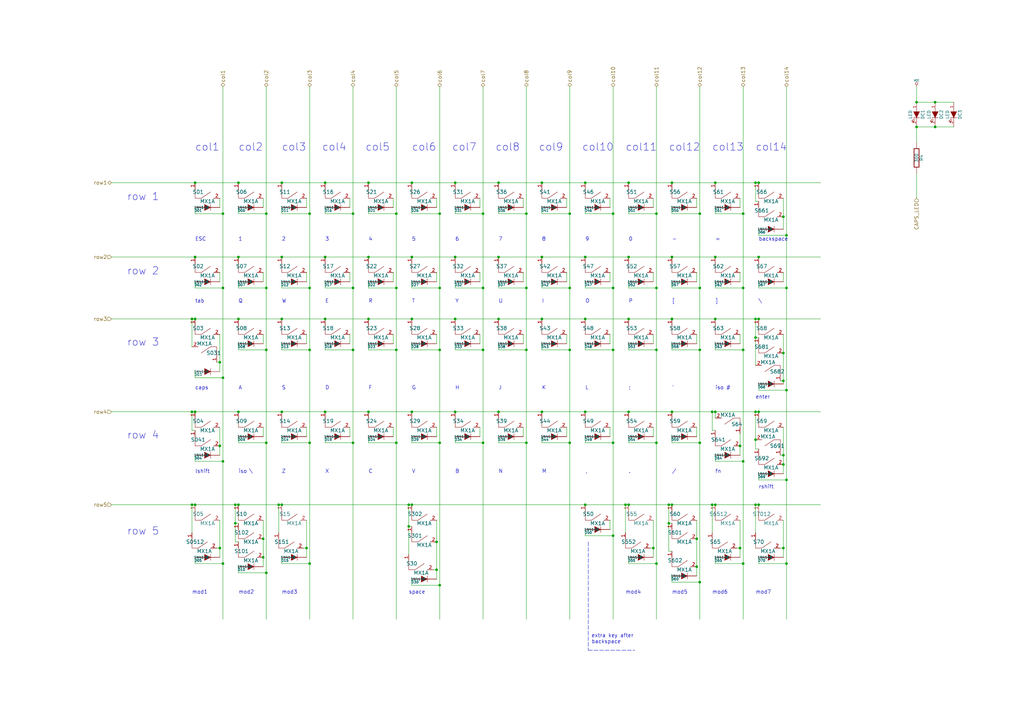
<source format=kicad_sch>
(kicad_sch (version 20211123) (generator eeschema)
  (paper "A3")
  (title_block (date "17 jul 2013"))
  (junction (at 275.59 130.81))
  (junction (at 321.31 190.5))
  (junction (at 233.68 181.61))
  (junction (at 97.79 207.01))
  (junction (at 321.31 186.69))
  (junction (at 293.37 207.01))
  (junction (at 292.1 168.91))
  (junction (at 256.54 207.01))
  (junction (at 285.75 232.41))
  (junction (at 180.34 181.61))
  (junction (at 309.88 207.01))
  (junction (at 115.57 74.93))
  (junction (at 257.81 74.93))
  (junction (at 186.69 168.91))
  (junction (at 293.37 74.93))
  (junction (at 322.58 118.11))
  (junction (at 167.64 207.01))
  (junction (at 127 231.14))
  (junction (at 168.91 74.93))
  (junction (at 127 87.63))
  (junction (at 78.74 130.81))
  (junction (at 151.13 74.93))
  (junction (at 293.37 105.41))
  (junction (at 109.22 87.63))
  (junction (at 311.15 74.93))
  (junction (at 167.64 215.9))
  (junction (at 97.79 168.91))
  (junction (at 127 143.51))
  (junction (at 179.07 233.68))
  (junction (at 322.58 231.14))
  (junction (at 144.78 87.63))
  (junction (at 375.92 52.07))
  (junction (at 304.8 143.51))
  (junction (at 251.46 143.51))
  (junction (at 80.01 207.01))
  (junction (at 321.31 224.79))
  (junction (at 311.15 130.81))
  (junction (at 91.44 231.14))
  (junction (at 303.53 182.88))
  (junction (at 292.1 207.01))
  (junction (at 303.53 224.79))
  (junction (at 287.02 181.61))
  (junction (at 287.02 87.63))
  (junction (at 80.01 168.91))
  (junction (at 180.34 118.11))
  (junction (at 287.02 238.76))
  (junction (at 309.88 180.34))
  (junction (at 304.8 118.11))
  (junction (at 321.31 88.9))
  (junction (at 151.13 130.81))
  (junction (at 198.12 181.61))
  (junction (at 127 118.11))
  (junction (at 91.44 154.94))
  (junction (at 222.25 74.93))
  (junction (at 311.15 105.41))
  (junction (at 215.9 87.63))
  (junction (at 127 181.61))
  (junction (at 78.74 207.01))
  (junction (at 311.15 207.01))
  (junction (at 133.35 74.93))
  (junction (at 257.81 207.01))
  (junction (at 309.88 74.93))
  (junction (at 168.91 105.41))
  (junction (at 275.59 207.01))
  (junction (at 251.46 181.61))
  (junction (at 180.34 240.03))
  (junction (at 274.32 207.01))
  (junction (at 285.75 220.98))
  (junction (at 274.32 214.63))
  (junction (at 293.37 130.81))
  (junction (at 269.24 181.61))
  (junction (at 275.59 105.41))
  (junction (at 133.35 168.91))
  (junction (at 269.24 118.11))
  (junction (at 151.13 168.91))
  (junction (at 186.69 105.41))
  (junction (at 186.69 130.81))
  (junction (at 257.81 130.81))
  (junction (at 180.34 143.51))
  (junction (at 97.79 74.93))
  (junction (at 91.44 87.63))
  (junction (at 251.46 219.71))
  (junction (at 304.8 189.23))
  (junction (at 375.92 41.91))
  (junction (at 115.57 105.41))
  (junction (at 322.58 96.52))
  (junction (at 304.8 87.63))
  (junction (at 162.56 143.51))
  (junction (at 80.01 105.41))
  (junction (at 204.47 168.91))
  (junction (at 275.59 168.91))
  (junction (at 198.12 87.63))
  (junction (at 109.22 234.95))
  (junction (at 293.37 168.91))
  (junction (at 275.59 74.93))
  (junction (at 78.74 168.91))
  (junction (at 96.52 214.63))
  (junction (at 257.81 105.41))
  (junction (at 96.52 207.01))
  (junction (at 186.69 74.93))
  (junction (at 269.24 143.51))
  (junction (at 115.57 168.91))
  (junction (at 251.46 87.63))
  (junction (at 97.79 130.81))
  (junction (at 109.22 118.11))
  (junction (at 144.78 181.61))
  (junction (at 309.88 138.43))
  (junction (at 240.03 105.41))
  (junction (at 215.9 118.11))
  (junction (at 322.58 196.85))
  (junction (at 204.47 105.41))
  (junction (at 179.07 222.25))
  (junction (at 240.03 168.91))
  (junction (at 180.34 87.63))
  (junction (at 269.24 87.63))
  (junction (at 321.31 144.78))
  (junction (at 322.58 160.02))
  (junction (at 168.91 207.01))
  (junction (at 309.88 130.81))
  (junction (at 257.81 168.91))
  (junction (at 80.01 130.81))
  (junction (at 383.54 52.07))
  (junction (at 107.95 228.6))
  (junction (at 251.46 118.11))
  (junction (at 144.78 118.11))
  (junction (at 115.57 130.81))
  (junction (at 151.13 105.41))
  (junction (at 114.3 207.01))
  (junction (at 287.02 143.51))
  (junction (at 321.31 156.21))
  (junction (at 269.24 231.14))
  (junction (at 215.9 143.51))
  (junction (at 109.22 181.61))
  (junction (at 91.44 189.23))
  (junction (at 309.88 168.91))
  (junction (at 222.25 130.81))
  (junction (at 198.12 143.51))
  (junction (at 204.47 74.93))
  (junction (at 125.73 224.79))
  (junction (at 162.56 87.63))
  (junction (at 222.25 168.91))
  (junction (at 90.17 224.79))
  (junction (at 240.03 74.93))
  (junction (at 222.25 105.41))
  (junction (at 215.9 181.61))
  (junction (at 115.57 207.01))
  (junction (at 204.47 130.81))
  (junction (at 233.68 87.63))
  (junction (at 107.95 220.98))
  (junction (at 90.17 182.88))
  (junction (at 240.03 130.81))
  (junction (at 240.03 207.01))
  (junction (at 233.68 118.11))
  (junction (at 168.91 168.91))
  (junction (at 91.44 118.11))
  (junction (at 90.17 148.59))
  (junction (at 304.8 231.14))
  (junction (at 267.97 224.79))
  (junction (at 80.01 74.93))
  (junction (at 97.79 105.41))
  (junction (at 109.22 143.51))
  (junction (at 198.12 118.11))
  (junction (at 168.91 130.81))
  (junction (at 287.02 118.11))
  (junction (at 133.35 130.81))
  (junction (at 311.15 168.91))
  (junction (at 144.78 143.51))
  (junction (at 133.35 105.41))
  (junction (at 383.54 41.91))
  (junction (at 162.56 118.11))
  (junction (at 162.56 181.61))
  (junction (at 233.68 143.51))
  (wire (pts (xy 107.95 85.09) (xy 107.95 81.28)))
  (wire (pts (xy 233.68 35.56) (xy 233.68 87.63)))
  (wire (pts (xy 267.97 85.09) (xy 267.97 81.28)))
  (wire (pts (xy 78.74 130.81) (xy 80.01 130.81)))
  (wire (pts (xy 256.54 207.01) (xy 256.54 218.44)))
  (wire (pts (xy 186.69 85.09) (xy 186.69 87.63)))
  (wire (pts (xy 257.81 105.41) (xy 275.59 105.41)))
  (wire (pts (xy 80.01 228.6) (xy 80.01 231.14)))
  (wire (pts (xy 96.52 214.63) (xy 96.52 222.25)))
  (wire (pts (xy 251.46 143.51) (xy 251.46 181.61)))
  (wire (pts (xy 309.88 180.34) (xy 309.88 184.15)))
  (wire (pts (xy 222.25 87.63) (xy 233.68 87.63)))
  (wire (pts (xy 309.88 184.15) (xy 311.15 184.15)))
  (wire (pts (xy 222.25 74.93) (xy 240.03 74.93)))
  (wire (pts (xy 115.57 140.97) (xy 115.57 143.51)))
  (wire (pts (xy 127 87.63) (xy 127 118.11)))
  (wire (pts (xy 97.79 214.63) (xy 96.52 214.63)))
  (wire (pts (xy 115.57 74.93) (xy 133.35 74.93)))
  (wire (pts (xy 133.35 118.11) (xy 144.78 118.11)))
  (wire (pts (xy 109.22 87.63) (xy 109.22 118.11)))
  (wire (pts (xy 240.03 168.91) (xy 257.81 168.91)))
  (wire (pts (xy 168.91 207.01) (xy 240.03 207.01)))
  (wire (pts (xy 151.13 140.97) (xy 151.13 143.51)))
  (wire (pts (xy 275.59 85.09) (xy 275.59 87.63)))
  (wire (pts (xy 303.53 140.97) (xy 303.53 137.16)))
  (wire (pts (xy 233.68 143.51) (xy 233.68 181.61)))
  (wire (pts (xy 293.37 87.63) (xy 304.8 87.63)))
  (wire (pts (xy 179.07 140.97) (xy 179.07 137.16)))
  (wire (pts (xy 304.8 87.63) (xy 304.8 118.11)))
  (wire (pts (xy 143.51 115.57) (xy 143.51 111.76)))
  (wire (pts (xy 240.03 207.01) (xy 256.54 207.01)))
  (wire (pts (xy 45.72 130.81) (xy 78.74 130.81)))
  (wire (pts (xy 133.35 140.97) (xy 133.35 143.51)))
  (wire (pts (xy 232.41 140.97) (xy 232.41 137.16)))
  (wire (pts (xy 322.58 96.52) (xy 322.58 118.11)))
  (wire (pts (xy 115.57 130.81) (xy 133.35 130.81)))
  (wire (pts (xy 383.54 52.07) (xy 391.16 52.07)))
  (wire (pts (xy 144.78 181.61) (xy 144.78 254)))
  (wire (pts (xy 97.79 207.01) (xy 114.3 207.01)))
  (wire (pts (xy 151.13 181.61) (xy 162.56 181.61)))
  (wire (pts (xy 109.22 181.61) (xy 109.22 234.95)))
  (wire (pts (xy 162.56 87.63) (xy 162.56 118.11)))
  (wire (pts (xy 274.32 226.06) (xy 275.59 226.06)))
  (wire (pts (xy 115.57 118.11) (xy 127 118.11)))
  (wire (pts (xy 168.91 143.51) (xy 180.34 143.51)))
  (wire (pts (xy 133.35 181.61) (xy 144.78 181.61)))
  (wire (pts (xy 125.73 140.97) (xy 125.73 137.16)))
  (wire (pts (xy 133.35 179.07) (xy 133.35 181.61)))
  (wire (pts (xy 97.79 115.57) (xy 97.79 118.11)))
  (wire (pts (xy 97.79 181.61) (xy 109.22 181.61)))
  (wire (pts (xy 80.01 115.57) (xy 80.01 118.11)))
  (wire (pts (xy 321.31 115.57) (xy 321.31 111.76)))
  (wire (pts (xy 143.51 85.09) (xy 143.51 81.28)))
  (wire (pts (xy 186.69 179.07) (xy 186.69 181.61)))
  (wire (pts (xy 107.95 228.6) (xy 107.95 232.41)))
  (wire (pts (xy 285.75 140.97) (xy 285.75 137.16)))
  (wire (pts (xy 151.13 115.57) (xy 151.13 118.11)))
  (wire (pts (xy 311.15 96.52) (xy 311.15 93.98)))
  (wire (pts (xy 162.56 181.61) (xy 162.56 254)))
  (wire (pts (xy 97.79 232.41) (xy 97.79 234.95)))
  (wire (pts (xy 133.35 115.57) (xy 133.35 118.11)))
  (wire (pts (xy 311.15 207.01) (xy 336.55 207.01)))
  (wire (pts (xy 309.88 82.55) (xy 309.88 74.93)))
  (wire (pts (xy 257.81 85.09) (xy 257.81 87.63)))
  (wire (pts (xy 222.25 130.81) (xy 240.03 130.81)))
  (wire (pts (xy 309.88 207.01) (xy 311.15 207.01)))
  (wire (pts (xy 91.44 35.56) (xy 91.44 87.63)))
  (wire (pts (xy 311.15 168.91) (xy 336.55 168.91)))
  (wire (pts (xy 107.95 213.36) (xy 107.95 220.98)))
  (wire (pts (xy 275.59 168.91) (xy 292.1 168.91)))
  (wire (pts (xy 45.72 105.41) (xy 80.01 105.41)))
  (wire (pts (xy 309.88 138.43) (xy 309.88 149.86)))
  (wire (pts (xy 240.03 143.51) (xy 251.46 143.51)))
  (wire (pts (xy 214.63 85.09) (xy 214.63 81.28)))
  (wire (pts (xy 383.54 41.91) (xy 391.16 41.91)))
  (wire (pts (xy 168.91 115.57) (xy 168.91 118.11)))
  (wire (pts (xy 127 231.14) (xy 127 254)))
  (wire (pts (xy 179.07 233.68) (xy 177.8 233.68)))
  (wire (pts (xy 285.75 220.98) (xy 285.75 232.41)))
  (wire (pts (xy 133.35 168.91) (xy 151.13 168.91)))
  (wire (pts (xy 196.85 140.97) (xy 196.85 137.16)))
  (wire (pts (xy 179.07 179.07) (xy 179.07 175.26)))
  (wire (pts (xy 151.13 168.91) (xy 168.91 168.91)))
  (wire (pts (xy 275.59 105.41) (xy 293.37 105.41)))
  (wire (pts (xy 240.03 85.09) (xy 240.03 87.63)))
  (wire (pts (xy 311.15 196.85) (xy 322.58 196.85)))
  (wire (pts (xy 322.58 160.02) (xy 322.58 196.85)))
  (wire (pts (xy 321.31 224.79) (xy 321.31 228.6)))
  (wire (pts (xy 125.73 213.36) (xy 125.73 224.79)))
  (wire (pts (xy 251.46 87.63) (xy 251.46 118.11)))
  (wire (pts (xy 292.1 207.01) (xy 292.1 218.44)))
  (wire (pts (xy 222.25 118.11) (xy 233.68 118.11)))
  (wire (pts (xy 151.13 105.41) (xy 168.91 105.41)))
  (wire (pts (xy 293.37 168.91) (xy 309.88 168.91)))
  (wire (pts (xy 309.88 138.43) (xy 311.15 138.43)))
  (wire (pts (xy 275.59 87.63) (xy 287.02 87.63)))
  (wire (pts (xy 293.37 85.09) (xy 293.37 87.63)))
  (wire (pts (xy 214.63 140.97) (xy 214.63 137.16)))
  (wire (pts (xy 311.15 160.02) (xy 311.15 157.48)))
  (wire (pts (xy 78.74 207.01) (xy 80.01 207.01)))
  (wire (pts (xy 179.07 213.36) (xy 179.07 222.25)))
  (wire (pts (xy 257.81 118.11) (xy 269.24 118.11)))
  (wire (pts (xy 167.64 215.9) (xy 167.64 227.33)))
  (wire (pts (xy 78.74 130.81) (xy 78.74 142.24)))
  (wire (pts (xy 161.29 115.57) (xy 161.29 111.76)))
  (wire (pts (xy 222.25 143.51) (xy 233.68 143.51)))
  (wire (pts (xy 240.03 217.17) (xy 240.03 219.71)))
  (wire (pts (xy 321.31 156.21) (xy 321.31 157.48)))
  (wire (pts (xy 115.57 181.61) (xy 127 181.61)))
  (wire (pts (xy 287.02 87.63) (xy 287.02 118.11)))
  (wire (pts (xy 96.52 222.25) (xy 97.79 222.25)))
  (wire (pts (xy 257.81 228.6) (xy 257.81 231.14)))
  (wire (pts (xy 125.73 179.07) (xy 125.73 175.26)))
  (wire (pts (xy 204.47 140.97) (xy 204.47 143.51)))
  (wire (pts (xy 180.34 118.11) (xy 180.34 143.51)))
  (wire (pts (xy 133.35 74.93) (xy 151.13 74.93)))
  (wire (pts (xy 250.19 140.97) (xy 250.19 137.16)))
  (wire (pts (xy 90.17 175.26) (xy 90.17 182.88)))
  (wire (pts (xy 292.1 207.01) (xy 293.37 207.01)))
  (wire (pts (xy 91.44 118.11) (xy 91.44 154.94)))
  (wire (pts (xy 78.74 207.01) (xy 78.74 218.44)))
  (wire (pts (xy 311.15 130.81) (xy 336.55 130.81)))
  (wire (pts (xy 303.53 213.36) (xy 303.53 224.79)))
  (wire (pts (xy 285.75 232.41) (xy 285.75 236.22)))
  (wire (pts (xy 151.13 118.11) (xy 162.56 118.11)))
  (wire (pts (xy 257.81 179.07) (xy 257.81 181.61)))
  (wire (pts (xy 168.91 87.63) (xy 180.34 87.63)))
  (wire (pts (xy 321.31 224.79) (xy 320.04 224.79)))
  (wire (pts (xy 309.88 130.81) (xy 311.15 130.81)))
  (wire (pts (xy 275.59 115.57) (xy 275.59 118.11)))
  (wire (pts (xy 115.57 207.01) (xy 167.64 207.01)))
  (wire (pts (xy 303.53 85.09) (xy 303.53 81.28)))
  (wire (pts (xy 162.56 35.56) (xy 162.56 87.63)))
  (wire (pts (xy 80.01 87.63) (xy 91.44 87.63)))
  (wire (pts (xy 240.03 105.41) (xy 257.81 105.41)))
  (wire (pts (xy 303.53 177.8) (xy 303.53 182.88)))
  (wire (pts (xy 45.72 74.93) (xy 80.01 74.93)))
  (wire (pts (xy 151.13 143.51) (xy 162.56 143.51)))
  (wire (pts (xy 293.37 189.23) (xy 304.8 189.23)))
  (wire (pts (xy 321.31 213.36) (xy 321.31 224.79)))
  (wire (pts (xy 78.74 176.53) (xy 80.01 176.53)))
  (wire (pts (xy 151.13 87.63) (xy 162.56 87.63)))
  (wire (pts (xy 375.92 41.91) (xy 383.54 41.91)))
  (wire (pts (xy 311.15 105.41) (xy 336.55 105.41)))
  (wire (pts (xy 309.88 168.91) (xy 311.15 168.91)))
  (wire (pts (xy 97.79 118.11) (xy 109.22 118.11)))
  (wire (pts (xy 204.47 74.93) (xy 222.25 74.93)))
  (wire (pts (xy 78.74 168.91) (xy 78.74 176.53)))
  (wire (pts (xy 107.95 179.07) (xy 107.95 175.26)))
  (wire (pts (xy 198.12 143.51) (xy 198.12 181.61)))
  (wire (pts (xy 275.59 140.97) (xy 275.59 143.51)))
  (wire (pts (xy 250.19 179.07) (xy 250.19 175.26)))
  (wire (pts (xy 257.81 87.63) (xy 269.24 87.63)))
  (wire (pts (xy 196.85 85.09) (xy 196.85 81.28)))
  (wire (pts (xy 303.53 182.88) (xy 303.53 186.69)))
  (wire (pts (xy 267.97 224.79) (xy 266.7 224.79)))
  (wire (pts (xy 90.17 137.16) (xy 90.17 148.59)))
  (wire (pts (xy 162.56 143.51) (xy 162.56 181.61)))
  (wire (pts (xy 257.81 207.01) (xy 274.32 207.01)))
  (wire (pts (xy 186.69 130.81) (xy 204.47 130.81)))
  (wire (pts (xy 204.47 130.81) (xy 222.25 130.81)))
  (wire (pts (xy 322.58 118.11) (xy 322.58 160.02)))
  (wire (pts (xy 115.57 115.57) (xy 115.57 118.11)))
  (wire (pts (xy 186.69 74.93) (xy 204.47 74.93)))
  (wire (pts (xy 168.91 105.41) (xy 186.69 105.41)))
  (wire (pts (xy 168.91 240.03) (xy 180.34 240.03)))
  (wire (pts (xy 204.47 118.11) (xy 215.9 118.11)))
  (wire (pts (xy 80.01 152.4) (xy 80.01 154.94)))
  (polyline (pts (xy 241.3 266.7) (xy 260.35 266.7)))
  (wire (pts (xy 285.75 85.09) (xy 285.75 81.28)))
  (wire (pts (xy 250.19 85.09) (xy 250.19 81.28)))
  (wire (pts (xy 80.01 74.93) (xy 97.79 74.93)))
  (wire (pts (xy 151.13 179.07) (xy 151.13 181.61)))
  (wire (pts (xy 274.32 214.63) (xy 274.32 226.06)))
  (wire (pts (xy 196.85 115.57) (xy 196.85 111.76)))
  (wire (pts (xy 215.9 181.61) (xy 215.9 254)))
  (wire (pts (xy 90.17 148.59) (xy 88.9 148.59)))
  (wire (pts (xy 321.31 88.9) (xy 321.31 93.98)))
  (wire (pts (xy 287.02 118.11) (xy 287.02 143.51)))
  (wire (pts (xy 127 143.51) (xy 127 181.61)))
  (wire (pts (xy 293.37 140.97) (xy 293.37 143.51)))
  (wire (pts (xy 293.37 105.41) (xy 311.15 105.41)))
  (wire (pts (xy 168.91 181.61) (xy 180.34 181.61)))
  (wire (pts (xy 311.15 74.93) (xy 336.55 74.93)))
  (wire (pts (xy 321.31 137.16) (xy 321.31 144.78)))
  (wire (pts (xy 275.59 74.93) (xy 293.37 74.93)))
  (wire (pts (xy 274.32 214.63) (xy 275.59 214.63)))
  (wire (pts (xy 240.03 140.97) (xy 240.03 143.51)))
  (wire (pts (xy 287.02 143.51) (xy 287.02 181.61)))
  (wire (pts (xy 240.03 179.07) (xy 240.03 181.61)))
  (wire (pts (xy 97.79 74.93) (xy 115.57 74.93)))
  (wire (pts (xy 97.79 179.07) (xy 97.79 181.61)))
  (wire (pts (xy 78.74 168.91) (xy 80.01 168.91)))
  (wire (pts (xy 275.59 238.76) (xy 287.02 238.76)))
  (wire (pts (xy 222.25 140.97) (xy 222.25 143.51)))
  (wire (pts (xy 144.78 87.63) (xy 144.78 118.11)))
  (wire (pts (xy 267.97 213.36) (xy 267.97 224.79)))
  (wire (pts (xy 198.12 35.56) (xy 198.12 87.63)))
  (wire (pts (xy 115.57 179.07) (xy 115.57 181.61)))
  (wire (pts (xy 293.37 118.11) (xy 304.8 118.11)))
  (wire (pts (xy 133.35 143.51) (xy 144.78 143.51)))
  (wire (pts (xy 186.69 115.57) (xy 186.69 118.11)))
  (wire (pts (xy 161.29 179.07) (xy 161.29 175.26)))
  (wire (pts (xy 292.1 176.53) (xy 293.37 176.53)))
  (wire (pts (xy 375.92 71.12) (xy 375.92 81.28)))
  (wire (pts (xy 275.59 179.07) (xy 275.59 181.61)))
  (wire (pts (xy 180.34 35.56) (xy 180.34 87.63)))
  (wire (pts (xy 204.47 85.09) (xy 204.47 87.63)))
  (wire (pts (xy 168.91 179.07) (xy 168.91 181.61)))
  (wire (pts (xy 168.91 118.11) (xy 180.34 118.11)))
  (wire (pts (xy 91.44 231.14) (xy 91.44 254)))
  (wire (pts (xy 285.75 213.36) (xy 285.75 220.98)))
  (wire (pts (xy 198.12 118.11) (xy 198.12 143.51)))
  (wire (pts (xy 269.24 35.56) (xy 269.24 87.63)))
  (wire (pts (xy 240.03 118.11) (xy 251.46 118.11)))
  (wire (pts (xy 285.75 179.07) (xy 285.75 175.26)))
  (wire (pts (xy 107.95 137.16) (xy 107.95 140.97)))
  (wire (pts (xy 109.22 143.51) (xy 109.22 181.61)))
  (wire (pts (xy 80.01 168.91) (xy 97.79 168.91)))
  (wire (pts (xy 257.81 181.61) (xy 269.24 181.61)))
  (wire (pts (xy 240.03 130.81) (xy 257.81 130.81)))
  (wire (pts (xy 267.97 224.79) (xy 267.97 228.6)))
  (wire (pts (xy 304.8 118.11) (xy 304.8 143.51)))
  (wire (pts (xy 215.9 143.51) (xy 215.9 181.61)))
  (wire (pts (xy 80.01 186.69) (xy 80.01 189.23)))
  (wire (pts (xy 215.9 118.11) (xy 215.9 143.51)))
  (wire (pts (xy 109.22 234.95) (xy 109.22 254)))
  (wire (pts (xy 90.17 182.88) (xy 90.17 186.69)))
  (wire (pts (xy 114.3 207.01) (xy 114.3 218.44)))
  (wire (pts (xy 222.25 85.09) (xy 222.25 87.63)))
  (wire (pts (xy 251.46 35.56) (xy 251.46 87.63)))
  (wire (pts (xy 97.79 143.51) (xy 109.22 143.51)))
  (wire (pts (xy 287.02 35.56) (xy 287.02 87.63)))
  (wire (pts (xy 45.72 207.01) (xy 78.74 207.01)))
  (wire (pts (xy 274.32 207.01) (xy 275.59 207.01)))
  (wire (pts (xy 321.31 186.69) (xy 321.31 190.5)))
  (wire (pts (xy 309.88 130.81) (xy 309.88 138.43)))
  (wire (pts (xy 168.91 130.81) (xy 186.69 130.81)))
  (wire (pts (xy 222.25 168.91) (xy 240.03 168.91)))
  (wire (pts (xy 285.75 115.57) (xy 285.75 111.76)))
  (wire (pts (xy 80.01 154.94) (xy 91.44 154.94)))
  (wire (pts (xy 257.81 74.93) (xy 275.59 74.93)))
  (wire (pts (xy 309.88 74.93) (xy 311.15 74.93)))
  (wire (pts (xy 232.41 85.09) (xy 232.41 81.28)))
  (wire (pts (xy 293.37 231.14) (xy 304.8 231.14)))
  (wire (pts (xy 80.01 207.01) (xy 96.52 207.01)))
  (wire (pts (xy 90.17 213.36) (xy 90.17 224.79)))
  (wire (pts (xy 90.17 85.09) (xy 90.17 81.28)))
  (wire (pts (xy 275.59 236.22) (xy 275.59 238.76)))
  (wire (pts (xy 168.91 85.09) (xy 168.91 87.63)))
  (wire (pts (xy 91.44 189.23) (xy 91.44 231.14)))
  (wire (pts (xy 161.29 85.09) (xy 161.29 81.28)))
  (wire (pts (xy 179.07 222.25) (xy 179.07 233.68)))
  (wire (pts (xy 303.53 224.79) (xy 302.26 224.79)))
  (wire (pts (xy 321.31 144.78) (xy 321.31 156.21)))
  (wire (pts (xy 127 118.11) (xy 127 143.51)))
  (wire (pts (xy 97.79 140.97) (xy 97.79 143.51)))
  (wire (pts (xy 80.01 130.81) (xy 97.79 130.81)))
  (wire (pts (xy 97.79 85.09) (xy 97.79 87.63)))
  (wire (pts (xy 215.9 35.56) (xy 215.9 87.63)))
  (wire (pts (xy 269.24 143.51) (xy 269.24 181.61)))
  (wire (pts (xy 180.34 240.03) (xy 180.34 254)))
  (wire (pts (xy 311.15 160.02) (xy 322.58 160.02)))
  (wire (pts (xy 115.57 168.91) (xy 133.35 168.91)))
  (wire (pts (xy 179.07 233.68) (xy 179.07 237.49)))
  (wire (pts (xy 90.17 148.59) (xy 90.17 152.4)))
  (wire (pts (xy 204.47 143.51) (xy 215.9 143.51)))
  (wire (pts (xy 293.37 228.6) (xy 293.37 231.14)))
  (wire (pts (xy 233.68 181.61) (xy 233.68 254)))
  (wire (pts (xy 151.13 85.09) (xy 151.13 87.63)))
  (wire (pts (xy 186.69 181.61) (xy 198.12 181.61)))
  (wire (pts (xy 232.41 115.57) (xy 232.41 111.76)))
  (wire (pts (xy 257.81 140.97) (xy 257.81 143.51)))
  (polyline (pts (xy 241.3 222.25) (xy 241.3 266.7)))
  (wire (pts (xy 321.31 81.28) (xy 321.31 88.9)))
  (wire (pts (xy 97.79 87.63) (xy 109.22 87.63)))
  (wire (pts (xy 240.03 115.57) (xy 240.03 118.11)))
  (wire (pts (xy 96.52 207.01) (xy 97.79 207.01)))
  (wire (pts (xy 115.57 87.63) (xy 127 87.63)))
  (wire (pts (xy 375.92 52.07) (xy 383.54 52.07)))
  (wire (pts (xy 168.91 168.91) (xy 186.69 168.91)))
  (wire (pts (xy 115.57 228.6) (xy 115.57 231.14)))
  (wire (pts (xy 90.17 224.79) (xy 90.17 228.6)))
  (wire (pts (xy 309.88 207.01) (xy 309.88 218.44)))
  (wire (pts (xy 196.85 179.07) (xy 196.85 175.26)))
  (wire (pts (xy 311.15 115.57) (xy 311.15 118.11)))
  (wire (pts (xy 375.92 35.56) (xy 375.92 41.91)))
  (wire (pts (xy 186.69 118.11) (xy 198.12 118.11)))
  (wire (pts (xy 127 35.56) (xy 127 87.63)))
  (wire (pts (xy 180.34 181.61) (xy 180.34 240.03)))
  (wire (pts (xy 287.02 238.76) (xy 287.02 254)))
  (wire (pts (xy 161.29 140.97) (xy 161.29 137.16)))
  (wire (pts (xy 107.95 111.76) (xy 107.95 115.57)))
  (wire (pts (xy 222.25 115.57) (xy 222.25 118.11)))
  (wire (pts (xy 204.47 105.41) (xy 222.25 105.41)))
  (wire (pts (xy 293.37 186.69) (xy 293.37 189.23)))
  (wire (pts (xy 186.69 87.63) (xy 198.12 87.63)))
  (wire (pts (xy 97.79 130.81) (xy 115.57 130.81)))
  (wire (pts (xy 168.91 140.97) (xy 168.91 143.51)))
  (wire (pts (xy 251.46 219.71) (xy 251.46 254)))
  (wire (pts (xy 115.57 85.09) (xy 115.57 87.63)))
  (wire (pts (xy 257.81 115.57) (xy 257.81 118.11)))
  (wire (pts (xy 133.35 130.81) (xy 151.13 130.81)))
  (wire (pts (xy 91.44 154.94) (xy 91.44 189.23)))
  (wire (pts (xy 168.91 74.93) (xy 186.69 74.93)))
  (wire (pts (xy 275.59 143.51) (xy 287.02 143.51)))
  (wire (pts (xy 267.97 140.97) (xy 267.97 137.16)))
  (wire (pts (xy 204.47 87.63) (xy 215.9 87.63)))
  (wire (pts (xy 80.01 85.09) (xy 80.01 87.63)))
  (wire (pts (xy 204.47 179.07) (xy 204.47 181.61)))
  (wire (pts (xy 240.03 87.63) (xy 251.46 87.63)))
  (wire (pts (xy 114.3 207.01) (xy 115.57 207.01)))
  (wire (pts (xy 311.15 82.55) (xy 309.88 82.55)))
  (wire (pts (xy 144.78 143.51) (xy 144.78 181.61)))
  (wire (pts (xy 257.81 143.51) (xy 269.24 143.51)))
  (wire (pts (xy 320.04 156.21) (xy 321.31 156.21)))
  (wire (pts (xy 143.51 179.07) (xy 143.51 175.26)))
  (wire (pts (xy 311.15 194.31) (xy 311.15 196.85)))
  (wire (pts (xy 204.47 181.61) (xy 215.9 181.61)))
  (wire (pts (xy 303.53 224.79) (xy 303.53 228.6)))
  (wire (pts (xy 198.12 181.61) (xy 198.12 254)))
  (wire (pts (xy 179.07 115.57) (xy 179.07 111.76)))
  (wire (pts (xy 303.53 115.57) (xy 303.53 111.76)))
  (wire (pts (xy 133.35 87.63) (xy 144.78 87.63)))
  (wire (pts (xy 240.03 219.71) (xy 251.46 219.71)))
  (wire (pts (xy 125.73 115.57) (xy 125.73 111.76)))
  (wire (pts (xy 143.51 140.97) (xy 143.51 137.16)))
  (wire (pts (xy 186.69 140.97) (xy 186.69 143.51)))
  (wire (pts (xy 204.47 168.91) (xy 222.25 168.91)))
  (wire (pts (xy 133.35 105.41) (xy 151.13 105.41)))
  (wire (pts (xy 257.81 130.81) (xy 275.59 130.81)))
  (wire (pts (xy 151.13 74.93) (xy 168.91 74.93)))
  (wire (pts (xy 144.78 118.11) (xy 144.78 143.51)))
  (wire (pts (xy 251.46 118.11) (xy 251.46 143.51)))
  (wire (pts (xy 167.64 207.01) (xy 168.91 207.01)))
  (wire (pts (xy 293.37 74.93) (xy 309.88 74.93)))
  (wire (pts (xy 109.22 35.56) (xy 109.22 87.63)))
  (wire (pts (xy 80.01 118.11) (xy 91.44 118.11)))
  (wire (pts (xy 269.24 231.14) (xy 269.24 254)))
  (wire (pts (xy 180.34 87.63) (xy 180.34 118.11)))
  (wire (pts (xy 186.69 105.41) (xy 204.47 105.41)))
  (wire (pts (xy 292.1 168.91) (xy 293.37 168.91)))
  (wire (pts (xy 214.63 179.07) (xy 214.63 175.26)))
  (wire (pts (xy 168.91 237.49) (xy 168.91 240.03)))
  (wire (pts (xy 125.73 224.79) (xy 124.46 224.79)))
  (wire (pts (xy 80.01 231.14) (xy 91.44 231.14)))
  (wire (pts (xy 275.59 118.11) (xy 287.02 118.11)))
  (wire (pts (xy 375.92 52.07) (xy 375.92 58.42)))
  (wire (pts (xy 167.64 207.01) (xy 167.64 215.9)))
  (wire (pts (xy 320.04 186.69) (xy 321.31 186.69)))
  (wire (pts (xy 311.15 118.11) (xy 322.58 118.11)))
  (wire (pts (xy 293.37 207.01) (xy 309.88 207.01)))
  (wire (pts (xy 222.25 105.41) (xy 240.03 105.41)))
  (wire (pts (xy 269.24 87.63) (xy 269.24 118.11)))
  (wire (pts (xy 198.12 87.63) (xy 198.12 118.11)))
  (wire (pts (xy 275.59 181.61) (xy 287.02 181.61)))
  (wire (pts (xy 168.91 215.9) (xy 167.64 215.9)))
  (wire (pts (xy 269.24 118.11) (xy 269.24 143.51)))
  (wire (pts (xy 96.52 207.01) (xy 96.52 214.63)))
  (wire (pts (xy 274.32 207.01) (xy 274.32 214.63)))
  (wire (pts (xy 115.57 105.41) (xy 133.35 105.41)))
  (wire (pts (xy 257.81 231.14) (xy 269.24 231.14)))
  (wire (pts (xy 304.8 35.56) (xy 304.8 87.63)))
  (wire (pts (xy 250.19 115.57) (xy 250.19 111.76)))
  (wire (pts (xy 232.41 179.07) (xy 232.41 175.26)))
  (wire (pts (xy 304.8 231.14) (xy 304.8 254)))
  (wire (pts (xy 257.81 168.91) (xy 275.59 168.91)))
  (wire (pts (xy 293.37 171.45) (xy 293.37 168.91)))
  (wire (pts (xy 275.59 207.01) (xy 292.1 207.01)))
  (wire (pts (xy 293.37 143.51) (xy 304.8 143.51)))
  (wire (pts (xy 204.47 115.57) (xy 204.47 118.11)))
  (wire (pts (xy 293.37 130.81) (xy 309.88 130.81)))
  (wire (pts (xy 256.54 207.01) (xy 257.81 207.01)))
  (wire (pts (xy 309.88 168.91) (xy 309.88 180.34)))
  (wire (pts (xy 214.63 115.57) (xy 214.63 111.76)))
  (wire (pts (xy 251.46 181.61) (xy 251.46 219.71)))
  (wire (pts (xy 321.31 190.5) (xy 321.31 194.31)))
  (wire (pts (xy 304.8 143.51) (xy 304.8 189.23)))
  (wire (pts (xy 80.01 105.41) (xy 97.79 105.41)))
  (wire (pts (xy 186.69 143.51) (xy 198.12 143.51)))
  (wire (pts (xy 186.69 168.91) (xy 204.47 168.91)))
  (wire (pts (xy 250.19 217.17) (xy 250.19 213.36)))
  (wire (pts (xy 322.58 231.14) (xy 322.58 254)))
  (wire (pts (xy 115.57 231.14) (xy 127 231.14)))
  (wire (pts (xy 287.02 181.61) (xy 287.02 238.76)))
  (wire (pts (xy 292.1 168.91) (xy 292.1 176.53)))
  (wire (pts (xy 97.79 234.95) (xy 109.22 234.95)))
  (wire (pts (xy 311.15 96.52) (xy 322.58 96.52)))
  (wire (pts (xy 180.34 143.51) (xy 180.34 181.61)))
  (wire (pts (xy 275.59 130.81) (xy 293.37 130.81)))
  (wire (pts (xy 311.15 231.14) (xy 322.58 231.14)))
  (wire (pts (xy 222.25 181.61) (xy 233.68 181.61)))
  (wire (pts (xy 304.8 189.23) (xy 304.8 231.14)))
  (wire (pts (xy 322.58 35.56) (xy 322.58 96.52)))
  (wire (pts (xy 269.24 181.61) (xy 269.24 231.14)))
  (wire (pts (xy 80.01 189.23) (xy 91.44 189.23)))
  (wire (pts (xy 311.15 228.6) (xy 311.15 231.14)))
  (wire (pts (xy 240.03 181.61) (xy 251.46 181.61)))
  (wire (pts (xy 322.58 196.85) (xy 322.58 231.14)))
  (wire (pts (xy 91.44 87.63) (xy 91.44 118.11)))
  (wire (pts (xy 45.72 168.91) (xy 78.74 168.91)))
  (wire (pts (xy 267.97 179.07) (xy 267.97 175.26)))
  (wire (pts (xy 215.9 87.63) (xy 215.9 118.11)))
  (wire (pts (xy 321.31 175.26) (xy 321.31 186.69)))
  (wire (pts (xy 90.17 224.79) (xy 88.9 224.79)))
  (wire (pts (xy 240.03 74.93) (xy 257.81 74.93)))
  (wire (pts (xy 97.79 168.91) (xy 115.57 168.91)))
  (wire (pts (xy 267.97 115.57) (xy 267.97 111.76)))
  (wire (pts (xy 151.13 130.81) (xy 168.91 130.81)))
  (wire (pts (xy 233.68 87.63) (xy 233.68 118.11)))
  (wire (pts (xy 125.73 224.79) (xy 125.73 228.6)))
  (wire (pts (xy 179.07 85.09) (xy 179.07 81.28)))
  (wire (pts (xy 97.79 105.41) (xy 115.57 105.41)))
  (wire (pts (xy 233.68 118.11) (xy 233.68 143.51)))
  (wire (pts (xy 90.17 111.76) (xy 90.17 115.57)))
  (wire (pts (xy 127 181.61) (xy 127 231.14)))
  (wire (pts (xy 293.37 115.57) (xy 293.37 118.11)))
  (wire (pts (xy 125.73 85.09) (xy 125.73 81.28)))
  (wire (pts (xy 144.78 35.56) (xy 144.78 87.63)))
  (wire (pts (xy 222.25 179.07) (xy 222.25 181.61)))
  (wire (pts (xy 162.56 118.11) (xy 162.56 143.51)))
  (wire (pts (xy 115.57 143.51) (xy 127 143.51)))
  (wire (pts (xy 133.35 85.09) (xy 133.35 87.63)))
  (wire (pts (xy 107.95 220.98) (xy 107.95 228.6)))
  (wire (pts (xy 109.22 118.11) (xy 109.22 143.51)))
  (text "E" (at 133.35 124.46 0) (effects (font (size 1.524 1.524)) (justify left bottom)))
  (text "space" (at 167.64 243.84 0) (effects (font (size 1.524 1.524)) (justify left bottom)))
  (text "=" (at 293.37 99.06 0) (effects (font (size 1.524 1.524)) (justify left bottom)))
  (text "col6" (at 168.91 62.23 0) (effects (font (size 3.048 3.048)) (justify left bottom)))
  (text "2" (at 115.57 99.06 0) (effects (font (size 1.524 1.524)) (justify left bottom)))
  (text "ESC" (at 80.01 99.06 0) (effects (font (size 1.524 1.524)) (justify left bottom)))
  (text "mod5" (at 275.59 243.84 0) (effects (font (size 1.524 1.524)) (justify left bottom)))
  (text "6" (at 186.69 99.06 0) (effects (font (size 1.524 1.524)) (justify left bottom)))
  (text "9" (at 240.03 99.06 0) (effects (font (size 1.524 1.524)) (justify left bottom)))
  (text "5" (at 168.91 99.06 0) (effects (font (size 1.524 1.524)) (justify left bottom)))
  (text "col5" (at 149.86 62.23 0) (effects (font (size 3.048 3.048)) (justify left bottom)))
  (text "col13" (at 292.1 62.23 0) (effects (font (size 3.048 3.048)) (justify left bottom)))
  (text "col10" (at 238.76 62.23 0) (effects (font (size 3.048 3.048)) (justify left bottom)))
  (text "K" (at 222.25 160.02 0) (effects (font (size 1.524 1.524)) (justify left bottom)))
  (text "H" (at 186.69 160.02 0) (effects (font (size 1.524 1.524)) (justify left bottom)))
  (text "col4" (at 132.08 62.23 0) (effects (font (size 3.048 3.048)) (justify left bottom)))
  (text "row 4" (at 52.07 180.34 0) (effects (font (size 3.048 3.048)) (justify left bottom)))
  (text "mod7" (at 309.88 243.84 0) (effects (font (size 1.524 1.524)) (justify left bottom)))
  (text "F" (at 151.13 160.02 0) (effects (font (size 1.524 1.524)) (justify left bottom)))
  (text "0" (at 257.81 99.06 0) (effects (font (size 1.524 1.524)) (justify left bottom)))
  (text "," (at 240.03 194.31 0) (effects (font (size 1.524 1.524)) (justify left bottom)))
  (text "R" (at 151.13 124.46 0) (effects (font (size 1.524 1.524)) (justify left bottom)))
  (text "lshift" (at 80.01 194.31 0) (effects (font (size 1.524 1.524)) (justify left bottom)))
  (text "B" (at 186.69 194.31 0) (effects (font (size 1.524 1.524)) (justify left bottom)))
  (text "iso \\" (at 97.79 194.31 0) (effects (font (size 1.524 1.524)) (justify left bottom)))
  (text "8" (at 222.25 99.06 0) (effects (font (size 1.524 1.524)) (justify left bottom)))
  (text "tab" (at 80.01 124.46 0) (effects (font (size 1.524 1.524)) (justify left bottom)))
  (text "col12" (at 274.32 62.23 0) (effects (font (size 3.048 3.048)) (justify left bottom)))
  (text "U" (at 204.47 124.46 0) (effects (font (size 1.524 1.524)) (justify left bottom)))
  (text "mod1" (at 78.74 243.84 0) (effects (font (size 1.524 1.524)) (justify left bottom)))
  (text "mod4" (at 256.54 243.84 0) (effects (font (size 1.524 1.524)) (justify left bottom)))
  (text "iso #" (at 293.37 160.02 0) (effects (font (size 1.524 1.524)) (justify left bottom)))
  (text "V" (at 168.91 194.31 0) (effects (font (size 1.524 1.524)) (justify left bottom)))
  (text "rshift" (at 311.15 200.66 0) (effects (font (size 1.524 1.524)) (justify left bottom)))
  (text "row 1" (at 52.07 82.55 0) (effects (font (size 3.048 3.048)) (justify left bottom)))
  (text "-" (at 275.59 99.06 0) (effects (font (size 1.524 1.524)) (justify left bottom)))
  (text "4" (at 151.13 99.06 0) (effects (font (size 1.524 1.524)) (justify left bottom)))
  (text "enter" (at 309.88 163.83 0) (effects (font (size 1.524 1.524)) (justify left bottom)))
  (text "L" (at 240.03 160.02 0) (effects (font (size 1.524 1.524)) (justify left bottom)))
  (text "col14" (at 309.88 62.23 0) (effects (font (size 3.048 3.048)) (justify left bottom)))
  (text "col8" (at 203.2 62.23 0) (effects (font (size 3.048 3.048)) (justify left bottom)))
  (text "[" (at 275.59 124.46 0) (effects (font (size 1.524 1.524)) (justify left bottom)))
  (text "col11" (at 256.54 62.23 0) (effects (font (size 3.048 3.048)) (justify left bottom)))
  (text "C" (at 151.13 194.31 0) (effects (font (size 1.524 1.524)) (justify left bottom)))
  (text "fn" (at 293.37 194.31 0) (effects (font (size 1.524 1.524)) (justify left bottom)))
  (text "mod2" (at 97.79 243.84 0) (effects (font (size 1.524 1.524)) (justify left bottom)))
  (text "col7" (at 185.42 62.23 0) (effects (font (size 3.048 3.048)) (justify left bottom)))
  (text "col2" (at 97.79 62.23 0) (effects (font (size 3.048 3.048)) (justify left bottom)))
  (text "backspace" (at 311.15 99.06 0) (effects (font (size 1.524 1.524)) (justify left bottom)))
  (text "extra key after\nbackspace" (at 242.57 264.16 0) (effects (font (size 1.524 1.524)) (justify left bottom)))
  (text "O" (at 240.03 124.46 0) (effects (font (size 1.524 1.524)) (justify left bottom)))
  (text "7" (at 204.47 99.06 0) (effects (font (size 1.524 1.524)) (justify left bottom)))
  (text "col1" (at 80.01 62.23 0) (effects (font (size 3.048 3.048)) (justify left bottom)))
  (text "row 2" (at 52.07 113.03 0) (effects (font (size 3.048 3.048)) (justify left bottom)))
  (text "X" (at 133.35 194.31 0) (effects (font (size 1.524 1.524)) (justify left bottom)))
  (text "1" (at 97.79 99.06 0) (effects (font (size 1.524 1.524)) (justify left bottom)))
  (text "/" (at 275.59 194.31 0) (effects (font (size 1.524 1.524)) (justify left bottom)))
  (text "J" (at 204.47 160.02 0) (effects (font (size 1.524 1.524)) (justify left bottom)))
  (text "." (at 257.81 194.31 0) (effects (font (size 1.524 1.524)) (justify left bottom)))
  (text "row 5" (at 52.07 219.71 0) (effects (font (size 3.048 3.048)) (justify left bottom)))
  (text "col3" (at 115.57 62.23 0) (effects (font (size 3.048 3.048)) (justify left bottom)))
  (text "mod3" (at 115.57 243.84 0) (effects (font (size 1.524 1.524)) (justify left bottom)))
  (text "'" (at 275.59 160.02 0) (effects (font (size 1.524 1.524)) (justify left bottom)))
  (text "caps" (at 80.01 160.02 0) (effects (font (size 1.524 1.524)) (justify left bottom)))
  (text "A" (at 97.79 160.02 0) (effects (font (size 1.524 1.524)) (justify left bottom)))
  (text "I" (at 222.25 124.46 0) (effects (font (size 1.524 1.524)) (justify left bottom)))
  (text "col9" (at 220.98 62.23 0) (effects (font (size 3.048 3.048)) (justify left bottom)))
  (text "Y" (at 186.69 124.46 0) (effects (font (size 1.524 1.524)) (justify left bottom)))
  (text "Q" (at 97.79 124.46 0) (effects (font (size 1.524 1.524)) (justify left bottom)))
  (text "G" (at 168.91 160.02 0) (effects (font (size 1.524 1.524)) (justify left bottom)))
  (text "T" (at 168.91 124.46 0) (effects (font (size 1.524 1.524)) (justify left bottom)))
  (text "M" (at 222.25 194.31 0) (effects (font (size 1.524 1.524)) (justify left bottom)))
  (text "N" (at 204.47 194.31 0) (effects (font (size 1.524 1.524)) (justify left bottom)))
  (text "3" (at 133.35 99.06 0) (effects (font (size 1.524 1.524)) (justify left bottom)))
  (text "W" (at 115.57 124.46 0) (effects (font (size 1.524 1.524)) (justify left bottom)))
  (text "mod6" (at 292.1 243.84 0) (effects (font (size 1.524 1.524)) (justify left bottom)))
  (text "Z" (at 115.57 194.31 0) (effects (font (size 1.524 1.524)) (justify left bottom)))
  (text "S" (at 115.57 160.02 0) (effects (font (size 1.524 1.524)) (justify left bottom)))
  (text "P" (at 257.81 124.46 0) (effects (font (size 1.524 1.524)) (justify left bottom)))
  (text "\\" (at 311.15 124.46 0) (effects (font (size 1.524 1.524)) (justify left bottom)))
  (text "row 3" (at 52.07 142.24 0) (effects (font (size 3.048 3.048)) (justify left bottom)))
  (text "D" (at 133.35 160.02 0) (effects (font (size 1.524 1.524)) (justify left bottom)))
  (text ";" (at 257.81 160.02 0) (effects (font (size 1.524 1.524)) (justify left bottom)))
  (text "]" (at 293.37 124.46 0) (effects (font (size 1.524 1.524)) (justify left bottom)))
  (hierarchical_label "col5" (shape tri_state) (at 162.56 35.56 90) (effects (font (size 1.524 1.524))))
  (hierarchical_label "row2" (shape input) (at 45.72 105.41 180) (effects (font (size 1.524 1.524))))
  (hierarchical_label "col13" (shape tri_state) (at 304.8 35.56 90) (effects (font (size 1.524 1.524))))
  (hierarchical_label "col9" (shape tri_state) (at 233.68 35.56 90) (effects (font (size 1.524 1.524))))
  (hierarchical_label "col3" (shape tri_state) (at 127 35.56 90) (effects (font (size 1.524 1.524))))
  (hierarchical_label "col6" (shape tri_state) (at 180.34 35.56 90) (effects (font (size 1.524 1.524))))
  (hierarchical_label "row1" (shape tri_state) (at 45.72 74.93 180) (effects (font (size 1.524 1.524))))
  (hierarchical_label "col12" (shape tri_state) (at 287.02 35.56 90) (effects (font (size 1.524 1.524))))
  (hierarchical_label "row5" (shape input) (at 45.72 207.01 180) (effects (font (size 1.524 1.524))))
  (hierarchical_label "col1" (shape tri_state) (at 91.44 35.56 90) (effects (font (size 1.524 1.524))))
  (hierarchical_label "col8" (shape tri_state) (at 215.9 35.56 90) (effects (font (size 1.524 1.524))))
  (hierarchical_label "CAPS_LED" (shape input) (at 375.92 81.28 270) (effects (font (size 1.524 1.524))))
  (hierarchical_label "col2" (shape tri_state) (at 109.22 35.56 90) (effects (font (size 1.524 1.524))))
  (hierarchical_label "row3" (shape input) (at 45.72 130.81 180) (effects (font (size 1.524 1.524))))
  (hierarchical_label "col14" (shape tri_state) (at 322.58 35.56 90) (effects (font (size 1.524 1.524))))
  (hierarchical_label "col4" (shape tri_state) (at 144.78 35.56 90) (effects (font (size 1.524 1.524))))
  (hierarchical_label "col7" (shape tri_state) (at 198.12 35.56 90) (effects (font (size 1.524 1.524))))
  (hierarchical_label "col11" (shape tri_state) (at 269.24 35.56 90) (effects (font (size 1.524 1.524))))
  (hierarchical_label "col10" (shape tri_state) (at 251.46 35.56 90) (effects (font (size 1.524 1.524))))
  (hierarchical_label "row4" (shape input) (at 45.72 168.91 180) (effects (font (size 1.524 1.524))))
  (symbol (lib_id "mx1a-simple:MX1A") (at 85.09 85.09 0) (unit 1)
    (property "Reference" "S01" (at 81.28 78.74 0) (effects (font (size 1.524 1.524))))
    (property "Value" "MX1A" (at 85.09 82.55 0) (effects (font (size 1.524 1.524))))
    (property "Footprint" "mx1a:MX1A" (effects hide))
  )
  (symbol (lib_id "mx1a-simple:MX1A") (at 102.87 85.09 0) (unit 1)
    (property "Reference" "S06" (at 99.06 78.74 0) (effects (font (size 1.524 1.524))))
    (property "Value" "MX1A" (at 102.87 82.55 0) (effects (font (size 1.524 1.524))))
    (property "Footprint" "mx1a:MX1A" (effects hide))
  )
  (symbol (lib_id "mx1a-simple:MX1A") (at 120.65 85.09 0) (unit 1)
    (property "Reference" "S11" (at 116.84 78.74 0) (effects (font (size 1.524 1.524))))
    (property "Value" "MX1A" (at 120.65 82.55 0) (effects (font (size 1.524 1.524))))
    (property "Footprint" "mx1a:MX1A" (effects hide))
  )
  (symbol (lib_id "mx1a-simple:MX1A") (at 138.43 85.09 0) (unit 1)
    (property "Reference" "S16" (at 134.62 78.74 0) (effects (font (size 1.524 1.524))))
    (property "Value" "MX1A" (at 138.43 82.55 0) (effects (font (size 1.524 1.524))))
    (property "Footprint" "mx1a:MX1A" (effects hide))
  )
  (symbol (lib_id "mx1a-simple:MX1A") (at 156.21 85.09 0) (unit 1)
    (property "Reference" "S21" (at 152.4 78.74 0) (effects (font (size 1.524 1.524))))
    (property "Value" "MX1A" (at 156.21 82.55 0) (effects (font (size 1.524 1.524))))
    (property "Footprint" "mx1a:MX1A" (effects hide))
  )
  (symbol (lib_id "mx1a-simple:MX1A") (at 173.99 85.09 0) (unit 1)
    (property "Reference" "S26" (at 170.18 78.74 0) (effects (font (size 1.524 1.524))))
    (property "Value" "MX1A" (at 173.99 82.55 0) (effects (font (size 1.524 1.524))))
    (property "Footprint" "mx1a:MX1A" (effects hide))
  )
  (symbol (lib_id "mx1a-simple:MX1A") (at 191.77 85.09 0) (unit 1)
    (property "Reference" "S31" (at 187.96 78.74 0) (effects (font (size 1.524 1.524))))
    (property "Value" "MX1A" (at 191.77 82.55 0) (effects (font (size 1.524 1.524))))
    (property "Footprint" "mx1a:MX1A" (effects hide))
  )
  (symbol (lib_id "mx1a-simple:MX1A") (at 209.55 85.09 0) (unit 1)
    (property "Reference" "S36" (at 205.74 78.74 0) (effects (font (size 1.524 1.524))))
    (property "Value" "MX1A" (at 209.55 82.55 0) (effects (font (size 1.524 1.524))))
    (property "Footprint" "mx1a:MX1A" (effects hide))
  )
  (symbol (lib_id "mx1a-simple:MX1A") (at 227.33 85.09 0) (unit 1)
    (property "Reference" "S41" (at 223.52 78.74 0) (effects (font (size 1.524 1.524))))
    (property "Value" "MX1A" (at 227.33 82.55 0) (effects (font (size 1.524 1.524))))
    (property "Footprint" "mx1a:MX1A" (effects hide))
  )
  (symbol (lib_id "mx1a-simple:MX1A") (at 245.11 85.09 0) (unit 1)
    (property "Reference" "S46" (at 241.3 78.74 0) (effects (font (size 1.524 1.524))))
    (property "Value" "MX1A" (at 245.11 82.55 0) (effects (font (size 1.524 1.524))))
    (property "Footprint" "mx1a:MX1A" (effects hide))
  )
  (symbol (lib_id "mx1a-simple:MX1A") (at 262.89 85.09 0) (unit 1)
    (property "Reference" "S51" (at 259.08 78.74 0) (effects (font (size 1.524 1.524))))
    (property "Value" "MX1A" (at 262.89 82.55 0) (effects (font (size 1.524 1.524))))
    (property "Footprint" "mx1a:MX1A" (effects hide))
  )
  (symbol (lib_id "mx1a-simple:MX1A") (at 280.67 85.09 0) (unit 1)
    (property "Reference" "S56" (at 276.86 78.74 0) (effects (font (size 1.524 1.524))))
    (property "Value" "MX1A" (at 280.67 82.55 0) (effects (font (size 1.524 1.524))))
    (property "Footprint" "mx1a:MX1A" (effects hide))
  )
  (symbol (lib_id "mx1a-simple:MX1A") (at 298.45 85.09 0) (unit 1)
    (property "Reference" "S61" (at 294.64 78.74 0) (effects (font (size 1.524 1.524))))
    (property "Value" "MX1A" (at 298.45 82.55 0) (effects (font (size 1.524 1.524))))
    (property "Footprint" "mx1a:MX1A" (effects hide))
  )
  (symbol (lib_id "mx1a-simple:MX1A") (at 316.23 85.09 0) (unit 1)
    (property "Reference" "S66" (at 312.42 78.74 0) (effects (font (size 1.524 1.524))))
    (property "Value" "MX1A" (at 316.23 82.55 0) (effects (font (size 1.524 1.524))))
    (property "Footprint" "mx1a:MX1A" (effects hide))
  )
  (symbol (lib_id "mx1a-simple:MX1A") (at 85.09 115.57 0) (unit 1)
    (property "Reference" "S02" (at 81.28 109.22 0) (effects (font (size 1.524 1.524))))
    (property "Value" "MX1A" (at 85.09 113.03 0) (effects (font (size 1.524 1.524))))
    (property "Footprint" "mx1a:MX1A" (effects hide))
  )
  (symbol (lib_id "mx1a-simple:MX1A") (at 102.87 115.57 0) (unit 1)
    (property "Reference" "S07" (at 99.06 109.22 0) (effects (font (size 1.524 1.524))))
    (property "Value" "MX1A" (at 102.87 113.03 0) (effects (font (size 1.524 1.524))))
    (property "Footprint" "mx1a:MX1A" (effects hide))
  )
  (symbol (lib_id "mx1a-simple:MX1A") (at 120.65 115.57 0) (unit 1)
    (property "Reference" "S12" (at 116.84 109.22 0) (effects (font (size 1.524 1.524))))
    (property "Value" "MX1A" (at 120.65 113.03 0) (effects (font (size 1.524 1.524))))
    (property "Footprint" "mx1a:MX1A" (effects hide))
  )
  (symbol (lib_id "mx1a-simple:MX1A") (at 138.43 115.57 0) (unit 1)
    (property "Reference" "S17" (at 134.62 109.22 0) (effects (font (size 1.524 1.524))))
    (property "Value" "MX1A" (at 138.43 113.03 0) (effects (font (size 1.524 1.524))))
    (property "Footprint" "mx1a:MX1A" (effects hide))
  )
  (symbol (lib_id "mx1a-simple:MX1A") (at 156.21 115.57 0) (unit 1)
    (property "Reference" "S22" (at 152.4 109.22 0) (effects (font (size 1.524 1.524))))
    (property "Value" "MX1A" (at 156.21 113.03 0) (effects (font (size 1.524 1.524))))
    (property "Footprint" "mx1a:MX1A" (effects hide))
  )
  (symbol (lib_id "mx1a-simple:MX1A") (at 173.99 115.57 0) (unit 1)
    (property "Reference" "S27" (at 170.18 109.22 0) (effects (font (size 1.524 1.524))))
    (property "Value" "MX1A" (at 173.99 113.03 0) (effects (font (size 1.524 1.524))))
    (property "Footprint" "mx1a:MX1A" (effects hide))
  )
  (symbol (lib_id "mx1a-simple:MX1A") (at 191.77 115.57 0) (unit 1)
    (property "Reference" "S32" (at 187.96 109.22 0) (effects (font (size 1.524 1.524))))
    (property "Value" "MX1A" (at 191.77 113.03 0) (effects (font (size 1.524 1.524))))
    (property "Footprint" "mx1a:MX1A" (effects hide))
  )
  (symbol (lib_id "mx1a-simple:MX1A") (at 209.55 115.57 0) (unit 1)
    (property "Reference" "S37" (at 205.74 109.22 0) (effects (font (size 1.524 1.524))))
    (property "Value" "MX1A" (at 209.55 113.03 0) (effects (font (size 1.524 1.524))))
    (property "Footprint" "mx1a:MX1A" (effects hide))
  )
  (symbol (lib_id "mx1a-simple:MX1A") (at 227.33 115.57 0) (unit 1)
    (property "Reference" "S42" (at 223.52 109.22 0) (effects (font (size 1.524 1.524))))
    (property "Value" "MX1A" (at 227.33 113.03 0) (effects (font (size 1.524 1.524))))
    (property "Footprint" "mx1a:MX1A" (effects hide))
  )
  (symbol (lib_id "mx1a-simple:MX1A") (at 245.11 115.57 0) (unit 1)
    (property "Reference" "S47" (at 241.3 109.22 0) (effects (font (size 1.524 1.524))))
    (property "Value" "MX1A" (at 245.11 113.03 0) (effects (font (size 1.524 1.524))))
    (property "Footprint" "mx1a:MX1A" (effects hide))
  )
  (symbol (lib_id "mx1a-simple:MX1A") (at 262.89 115.57 0) (unit 1)
    (property "Reference" "S52" (at 259.08 109.22 0) (effects (font (size 1.524 1.524))))
    (property "Value" "MX1A" (at 262.89 113.03 0) (effects (font (size 1.524 1.524))))
    (property "Footprint" "mx1a:MX1A" (effects hide))
  )
  (symbol (lib_id "mx1a-simple:MX1A") (at 280.67 115.57 0) (unit 1)
    (property "Reference" "S57" (at 276.86 109.22 0) (effects (font (size 1.524 1.524))))
    (property "Value" "MX1A" (at 280.67 113.03 0) (effects (font (size 1.524 1.524))))
    (property "Footprint" "mx1a:MX1A" (effects hide))
  )
  (symbol (lib_id "mx1a-simple:MX1A") (at 298.45 115.57 0) (unit 1)
    (property "Reference" "S62" (at 294.64 109.22 0) (effects (font (size 1.524 1.524))))
    (property "Value" "MX1A" (at 298.45 113.03 0) (effects (font (size 1.524 1.524))))
    (property "Footprint" "mx1a:MX1A" (effects hide))
  )
  (symbol (lib_id "mx1a-simple:MX1A") (at 316.23 115.57 0) (unit 1)
    (property "Reference" "S67" (at 312.42 109.22 0) (effects (font (size 1.524 1.524))))
    (property "Value" "MX1A" (at 316.23 113.03 0) (effects (font (size 1.524 1.524))))
    (property "Footprint" "mx1a:MX1A" (effects hide))
  )
  (symbol (lib_id "mx1a-simple:MX1A") (at 85.09 140.97 0) (unit 1)
    (property "Reference" "S03" (at 81.28 134.62 0) (effects (font (size 1.524 1.524))))
    (property "Value" "MX1A" (at 85.09 138.43 0) (effects (font (size 1.524 1.524))))
    (property "Footprint" "mx1a:MX1A" (effects hide))
  )
  (symbol (lib_id "mx1a-simple:MX1A") (at 102.87 140.97 0) (unit 1)
    (property "Reference" "S08" (at 99.06 134.62 0) (effects (font (size 1.524 1.524))))
    (property "Value" "MX1A" (at 102.87 138.43 0) (effects (font (size 1.524 1.524))))
    (property "Footprint" "mx1a:MX1A" (effects hide))
  )
  (symbol (lib_id "mx1a-simple:MX1A") (at 120.65 140.97 0) (unit 1)
    (property "Reference" "S13" (at 116.84 134.62 0) (effects (font (size 1.524 1.524))))
    (property "Value" "MX1A" (at 120.65 138.43 0) (effects (font (size 1.524 1.524))))
    (property "Footprint" "mx1a:MX1A" (effects hide))
  )
  (symbol (lib_id "mx1a-simple:MX1A") (at 138.43 140.97 0) (unit 1)
    (property "Reference" "S18" (at 134.62 134.62 0) (effects (font (size 1.524 1.524))))
    (property "Value" "MX1A" (at 138.43 138.43 0) (effects (font (size 1.524 1.524))))
    (property "Footprint" "mx1a:MX1A" (effects hide))
  )
  (symbol (lib_id "mx1a-simple:MX1A") (at 156.21 140.97 0) (unit 1)
    (property "Reference" "S23" (at 152.4 134.62 0) (effects (font (size 1.524 1.524))))
    (property "Value" "MX1A" (at 156.21 138.43 0) (effects (font (size 1.524 1.524))))
    (property "Footprint" "mx1a:MX1A" (effects hide))
  )
  (symbol (lib_id "mx1a-simple:MX1A") (at 173.99 140.97 0) (unit 1)
    (property "Reference" "S28" (at 170.18 134.62 0) (effects (font (size 1.524 1.524))))
    (property "Value" "MX1A" (at 173.99 138.43 0) (effects (font (size 1.524 1.524))))
    (property "Footprint" "mx1a:MX1A" (effects hide))
  )
  (symbol (lib_id "mx1a-simple:MX1A") (at 191.77 140.97 0) (unit 1)
    (property "Reference" "S33" (at 187.96 134.62 0) (effects (font (size 1.524 1.524))))
    (property "Value" "MX1A" (at 191.77 138.43 0) (effects (font (size 1.524 1.524))))
    (property "Footprint" "mx1a:MX1A" (effects hide))
  )
  (symbol (lib_id "mx1a-simple:MX1A") (at 209.55 140.97 0) (unit 1)
    (property "Reference" "S38" (at 205.74 134.62 0) (effects (font (size 1.524 1.524))))
    (property "Value" "MX1A" (at 209.55 138.43 0) (effects (font (size 1.524 1.524))))
    (property "Footprint" "mx1a:MX1A" (effects hide))
  )
  (symbol (lib_id "mx1a-simple:MX1A") (at 227.33 140.97 0) (unit 1)
    (property "Reference" "S43" (at 223.52 134.62 0) (effects (font (size 1.524 1.524))))
    (property "Value" "MX1A" (at 227.33 138.43 0) (effects (font (size 1.524 1.524))))
    (property "Footprint" "mx1a:MX1A" (effects hide))
  )
  (symbol (lib_id "mx1a-simple:MX1A") (at 245.11 140.97 0) (unit 1)
    (property "Reference" "S48" (at 241.3 134.62 0) (effects (font (size 1.524 1.524))))
    (property "Value" "MX1A" (at 245.11 138.43 0) (effects (font (size 1.524 1.524))))
    (property "Footprint" "mx1a:MX1A" (effects hide))
  )
  (symbol (lib_id "mx1a-simple:MX1A") (at 262.89 140.97 0) (unit 1)
    (property "Reference" "S53" (at 259.08 134.62 0) (effects (font (size 1.524 1.524))))
    (property "Value" "MX1A" (at 262.89 138.43 0) (effects (font (size 1.524 1.524))))
    (property "Footprint" "mx1a:MX1A" (effects hide))
  )
  (symbol (lib_id "mx1a-simple:MX1A") (at 280.67 140.97 0) (unit 1)
    (property "Reference" "S58" (at 276.86 134.62 0) (effects (font (size 1.524 1.524))))
    (property "Value" "MX1A" (at 280.67 138.43 0) (effects (font (size 1.524 1.524))))
    (property "Footprint" "mx1a:MX1A" (effects hide))
  )
  (symbol (lib_id "mx1a-simple:MX1A") (at 298.45 140.97 0) (unit 1)
    (property "Reference" "S63" (at 294.64 134.62 0) (effects (font (size 1.524 1.524))))
    (property "Value" "MX1A" (at 298.45 138.43 0) (effects (font (size 1.524 1.524))))
    (property "Footprint" "mx1a:MX1A_no3d" (effects hide))
  )
  (symbol (lib_id "mx1a-simple:MX1A") (at 316.23 140.97 0) (unit 1)
    (property "Reference" "S68" (at 312.42 134.62 0) (effects (font (size 1.524 1.524))))
    (property "Value" "MX1A" (at 316.23 138.43 0) (effects (font (size 1.524 1.524))))
    (property "Footprint" "mx1a:MX1A" (effects hide))
  )
  (symbol (lib_id "mx1a-simple:MX1A") (at 85.09 179.07 0) (unit 1)
    (property "Reference" "S04" (at 81.28 172.72 0) (effects (font (size 1.524 1.524))))
    (property "Value" "MX1A" (at 85.09 176.53 0) (effects (font (size 1.524 1.524))))
    (property "Footprint" "mx1a:MX1A" (effects hide))
  )
  (symbol (lib_id "mx1a-simple:MX1A") (at 102.87 179.07 0) (unit 1)
    (property "Reference" "S09" (at 99.06 172.72 0) (effects (font (size 1.524 1.524))))
    (property "Value" "MX1A" (at 102.87 176.53 0) (effects (font (size 1.524 1.524))))
    (property "Footprint" "mx1a:MX1A_no3d" (effects hide))
  )
  (symbol (lib_id "mx1a-simple:MX1A") (at 120.65 179.07 0) (unit 1)
    (property "Reference" "S14" (at 116.84 172.72 0) (effects (font (size 1.524 1.524))))
    (property "Value" "MX1A" (at 120.65 176.53 0) (effects (font (size 1.524 1.524))))
    (property "Footprint" "mx1a:MX1A" (effects hide))
  )
  (symbol (lib_id "mx1a-simple:MX1A") (at 138.43 179.07 0) (unit 1)
    (property "Reference" "S19" (at 134.62 172.72 0) (effects (font (size 1.524 1.524))))
    (property "Value" "MX1A" (at 138.43 176.53 0) (effects (font (size 1.524 1.524))))
    (property "Footprint" "mx1a:MX1A" (effects hide))
  )
  (symbol (lib_id "mx1a-simple:MX1A") (at 156.21 179.07 0) (unit 1)
    (property "Reference" "S24" (at 152.4 172.72 0) (effects (font (size 1.524 1.524))))
    (property "Value" "MX1A" (at 156.21 176.53 0) (effects (font (size 1.524 1.524))))
    (property "Footprint" "mx1a:MX1A" (effects hide))
  )
  (symbol (lib_id "mx1a-simple:MX1A") (at 173.99 179.07 0) (unit 1)
    (property "Reference" "S29" (at 170.18 172.72 0) (effects (font (size 1.524 1.524))))
    (property "Value" "MX1A" (at 173.99 176.53 0) (effects (font (size 1.524 1.524))))
    (property "Footprint" "mx1a:MX1A" (effects hide))
  )
  (symbol (lib_id "mx1a-simple:MX1A") (at 191.77 179.07 0) (unit 1)
    (property "Reference" "S34" (at 187.96 172.72 0) (effects (font (size 1.524 1.524))))
    (property "Value" "MX1A" (at 191.77 176.53 0) (effects (font (size 1.524 1.524))))
    (property "Footprint" "mx1a:MX1A" (effects hide))
  )
  (symbol (lib_id "mx1a-simple:MX1A") (at 209.55 179.07 0) (unit 1)
    (property "Reference" "S39" (at 205.74 172.72 0) (effects (font (size 1.524 1.524))))
    (property "Value" "MX1A" (at 209.55 176.53 0) (effects (font (size 1.524 1.524))))
    (property "Footprint" "mx1a:MX1A" (effects hide))
  )
  (symbol (lib_id "mx1a-simple:MX1A") (at 227.33 179.07 0) (unit 1)
    (property "Reference" "S44" (at 223.52 172.72 0) (effects (font (size 1.524 1.524))))
    (property "Value" "MX1A" (at 227.33 176.53 0) (effects (font (size 1.524 1.524))))
    (property "Footprint" "mx1a:MX1A" (effects hide))
  )
  (symbol (lib_id "mx1a-simple:MX1A") (at 245.11 179.07 0) (unit 1)
    (property "Reference" "S49" (at 241.3 172.72 0) (effects (font (size 1.524 1.524))))
    (property "Value" "MX1A" (at 245.11 176.53 0) (effects (font (size 1.524 1.524))))
    (property "Footprint" "mx1a:MX1A" (effects hide))
  )
  (symbol (lib_id "mx1a-simple:MX1A") (at 262.89 179.07 0) (unit 1)
    (property "Reference" "S54" (at 259.08 172.72 0) (effects (font (size 1.524 1.524))))
    (property "Value" "MX1A" (at 262.89 176.53 0) (effects (font (size 1.524 1.524))))
    (property "Footprint" "mx1a:MX1A" (effects hide))
  )
  (symbol (lib_id "mx1a-simple:MX1A") (at 280.67 179.07 0) (unit 1)
    (property "Reference" "S59" (at 276.86 172.72 0) (effects (font (size 1.524 1.524))))
    (property "Value" "MX1A" (at 280.67 176.53 0) (effects (font (size 1.524 1.524))))
    (property "Footprint" "mx1a:MX1A" (effects hide))
  )
  (symbol (lib_id "mx1a-simple:MX1A") (at 298.45 167.64 180) (unit 1)
    (property "Reference" "S64" (at 302.26 173.99 0) (effects (font (size 1.524 1.524))))
    (property "Value" "MX1A" (at 298.45 170.18 0) (effects (font (size 1.524 1.524))))
    (property "Footprint" "mx1a:MX1A_no3d" (effects hide))
  )
  (symbol (lib_id "mx1a-simple:MX1A") (at 316.23 179.07 0) (unit 1)
    (property "Reference" "S69" (at 312.42 172.72 0) (effects (font (size 1.524 1.524))))
    (property "Value" "MX1A" (at 316.23 176.53 0) (effects (font (size 1.524 1.524))))
    (property "Footprint" "mx1a:MX1A" (effects hide))
  )
  (symbol (lib_id "mx1a-simple:MX1A") (at 85.09 217.17 0) (unit 1)
    (property "Reference" "S05" (at 81.28 210.82 0) (effects (font (size 1.524 1.524))))
    (property "Value" "MX1A" (at 85.09 214.63 0) (effects (font (size 1.524 1.524))))
    (property "Footprint" "mx1a:MX1A" (effects hide))
  )
  (symbol (lib_id "mx1a-simple:MX1A") (at 102.87 217.17 0) (unit 1)
    (property "Reference" "S10" (at 99.06 210.82 0) (effects (font (size 1.524 1.524))))
    (property "Value" "MX1A" (at 102.87 214.63 0) (effects (font (size 1.524 1.524))))
    (property "Footprint" "mx1a:MX1A" (effects hide))
  )
  (symbol (lib_id "mx1a-simple:MX1A") (at 120.65 217.17 0) (unit 1)
    (property "Reference" "S15" (at 116.84 210.82 0) (effects (font (size 1.524 1.524))))
    (property "Value" "MX1A" (at 120.65 214.63 0) (effects (font (size 1.524 1.524))))
    (property "Footprint" "mx1a:MX1A" (effects hide))
  )
  (symbol (lib_id "mx1a-simple:MX1A") (at 172.72 237.49 0) (unit 1)
    (property "Reference" "S30" (at 168.91 231.14 0) (effects (font (size 1.524 1.524))))
    (property "Value" "MX1A" (at 172.72 234.95 0) (effects (font (size 1.524 1.524))))
    (property "Footprint" "mx1a:MX1A" (effects hide))
  )
  (symbol (lib_id "mx1a-simple:MX1A") (at 262.89 217.17 0) (unit 1)
    (property "Reference" "S55" (at 259.08 210.82 0) (effects (font (size 1.524 1.524))))
    (property "Value" "MX1A" (at 262.89 214.63 0) (effects (font (size 1.524 1.524))))
    (property "Footprint" "mx1a:MX1A" (effects hide))
  )
  (symbol (lib_id "mx1a-simple:MX1A") (at 280.67 217.17 0) (unit 1)
    (property "Reference" "S60" (at 276.86 210.82 0) (effects (font (size 1.524 1.524))))
    (property "Value" "MX1A" (at 280.67 214.63 0) (effects (font (size 1.524 1.524))))
    (property "Footprint" "mx1a:MX1A" (effects hide))
  )
  (symbol (lib_id "mx1a-simple:MX1A") (at 297.18 228.6 0) (unit 1)
    (property "Reference" "S65" (at 293.37 222.25 0) (effects (font (size 1.524 1.524))))
    (property "Value" "MX1A" (at 297.18 226.06 0) (effects (font (size 1.524 1.524))))
    (property "Footprint" "mx1a:MX1A" (effects hide))
  )
  (symbol (lib_id "mx1a-simple:MX1A") (at 314.96 228.6 0) (unit 1)
    (property "Reference" "S70" (at 311.15 222.25 0) (effects (font (size 1.524 1.524))))
    (property "Value" "MX1A" (at 314.96 226.06 0) (effects (font (size 1.524 1.524))))
    (property "Footprint" "mx1a:MX1A" (effects hide))
  )
  (symbol (lib_id "mx1a-simple:MX1A") (at 298.45 186.69 0) (unit 1)
    (property "Reference" "S641" (at 294.64 180.34 0) (effects (font (size 1.524 1.524))))
    (property "Value" "MX1A" (at 298.45 184.15 0) (effects (font (size 1.524 1.524))))
    (property "Footprint" "mx1a:MX1A_no3d" (effects hide))
  )
  (symbol (lib_id "mx1a-simple:MX1A") (at 316.23 148.59 0) (unit 1)
    (property "Reference" "S681" (at 312.42 142.24 0) (effects (font (size 1.524 1.524))))
    (property "Value" "MX1A" (at 316.23 146.05 0) (effects (font (size 1.524 1.524))))
    (property "Footprint" "mx1a:MX1A_no3d" (effects hide))
  )
  (symbol (lib_id "mx1a-simple:MX1A") (at 83.82 228.6 0) (unit 1)
    (property "Reference" "S0512" (at 80.01 222.25 0) (effects (font (size 1.524 1.524))))
    (property "Value" "MX1A" (at 83.82 226.06 0) (effects (font (size 1.524 1.524))))
    (property "Footprint" "mx1a:MX1A_no3d" (effects hide))
  )
  (symbol (lib_id "mx1a-simple:MX1A") (at 102.87 224.79 0) (unit 1)
    (property "Reference" "S102" (at 99.06 218.44 0) (effects (font (size 1.524 1.524))))
    (property "Value" "MX1A" (at 102.87 222.25 0) (effects (font (size 1.524 1.524))))
    (property "Footprint" "mx1a:MX1A_no3d" (effects hide))
  )
  (symbol (lib_id "mx1a-simple:MX1A") (at 102.87 232.41 0) (unit 1)
    (property "Reference" "S101" (at 99.06 226.06 0) (effects (font (size 1.524 1.524))))
    (property "Value" "MX1A" (at 102.87 229.87 0) (effects (font (size 1.524 1.524))))
    (property "Footprint" "mx1a:MX1A_no3d" (effects hide))
  )
  (symbol (lib_id "mx1a-simple:MX1A") (at 261.62 228.6 0) (unit 1)
    (property "Reference" "S552" (at 257.81 222.25 0) (effects (font (size 1.524 1.524))))
    (property "Value" "MX1A" (at 261.62 226.06 0) (effects (font (size 1.524 1.524))))
    (property "Footprint" "mx1a:MX1A_no3d" (effects hide))
  )
  (symbol (lib_id "mx1a-simple:MX1A") (at 280.67 224.79 0) (unit 1)
    (property "Reference" "S601" (at 276.86 218.44 0) (effects (font (size 1.524 1.524))))
    (property "Value" "MX1A" (at 280.67 222.25 0) (effects (font (size 1.524 1.524))))
    (property "Footprint" "mx1a:MX1A_no3d" (effects hide))
  )
  (symbol (lib_id "mx1a-simple:MX1A") (at 280.67 236.22 0) (unit 1)
    (property "Reference" "S602" (at 276.86 229.87 0) (effects (font (size 1.524 1.524))))
    (property "Value" "MX1A" (at 280.67 233.68 0) (effects (font (size 1.524 1.524))))
    (property "Footprint" "mx1a:MX1A_no3d" (effects hide))
  )
  (symbol (lib_id "mx1a-simple:MX1A") (at 119.38 228.6 0) (unit 1)
    (property "Reference" "S151" (at 115.57 222.25 0) (effects (font (size 1.524 1.524))))
    (property "Value" "MX1A" (at 119.38 226.06 0) (effects (font (size 1.524 1.524))))
    (property "Footprint" "mx1a:MX1A_no3d" (effects hide))
  )
  (symbol (lib_id "mx1a-simple:MX1A") (at 298.45 217.17 0) (unit 1)
    (property "Reference" "S6512" (at 294.64 210.82 0) (effects (font (size 1.524 1.524))))
    (property "Value" "MX1A" (at 298.45 214.63 0) (effects (font (size 1.524 1.524))))
    (property "Footprint" "mx1a:MX1A_no3d" (effects hide))
  )
  (symbol (lib_id "mx1a-simple:MX1A") (at 316.23 217.17 0) (unit 1)
    (property "Reference" "S7012" (at 312.42 210.82 0) (effects (font (size 1.524 1.524))))
    (property "Value" "MX1A" (at 316.23 214.63 0) (effects (font (size 1.524 1.524))))
    (property "Footprint" "mx1a:MX1A_no3d" (effects hide))
  )
  (symbol (lib_id "mx1a-simple:MX1A") (at 173.99 226.06 0) (unit 1)
    (property "Reference" "S301" (at 170.18 219.71 0) (effects (font (size 1.524 1.524))))
    (property "Value" "MX1A" (at 173.99 223.52 0) (effects (font (size 1.524 1.524))))
    (property "Footprint" "mx1a:MX1A_no3d" (effects hide))
  )
  (symbol (lib_id "mx1a-simple:MX1A") (at 173.99 217.17 0) (unit 1)
    (property "Reference" "S302" (at 170.18 210.82 0) (effects (font (size 1.524 1.524))))
    (property "Value" "MX1A" (at 173.99 214.63 0) (effects (font (size 1.524 1.524))))
    (property "Footprint" "mx1a:MX1A_no3d" (effects hide))
  )
  (symbol (lib_id "mx1a-simple:MX1A") (at 85.09 186.69 0) (unit 1)
    (property "Reference" "S041" (at 81.28 180.34 0) (effects (font (size 1.524 1.524))))
    (property "Value" "MX1A" (at 85.09 184.15 0) (effects (font (size 1.524 1.524))))
    (property "Footprint" "mx1a:MX1A_no3d" (effects hide))
  )
  (symbol (lib_id "mx1a-simple:MX1A") (at 83.82 138.43 180) (unit 1)
    (property "Reference" "S031" (at 87.63 144.78 0) (effects (font (size 1.524 1.524))))
    (property "Value" "MX1A" (at 83.82 140.97 0) (effects (font (size 1.524 1.524))))
    (property "Footprint" "mx1a:MX1A_no3d" (effects hide))
  )
  (symbol (lib_id "device:LED") (at 375.92 46.99 270) (unit 1)
    (property "Reference" "DC1" (at 378.46 46.99 0))
    (property "Value" "LED" (at 373.38 46.99 0))
    (property "Footprint" "mx1a:MX1A-led_no3d" (effects hide))
  )
  (symbol (lib_id "device:LED") (at 383.54 46.99 270) (unit 1)
    (property "Reference" "DC2" (at 386.08 46.99 0))
    (property "Value" "LED" (at 381 46.99 0))
    (property "Footprint" "mx1a:MX1A-led_no3d" (effects hide))
  )
  (symbol (lib_id "power1:VCC") (at 375.92 35.56 0) (unit 1)
    (property "Reference" "#PWR031" (effects hide))
    (property "Value" "VCC" (at 375.92 33.02 0) (effects (font (size 0.762 0.762))))
  )
  (symbol (lib_id "device:R") (at 375.92 64.77 0) (unit 1)
    (property "Reference" "R4" (at 377.952 64.77 90))
    (property "Value" "300" (at 375.92 64.77 90))
  )
  (symbol (lib_id "mx1a-simple:MX1A") (at 314.96 176.53 180) (unit 1)
    (property "Reference" "S691" (at 318.77 182.88 0) (effects (font (size 1.524 1.524))))
    (property "Value" "MX1A" (at 314.96 179.07 0) (effects (font (size 1.524 1.524))))
    (property "Footprint" "mx1a:MX1A_no3d" (effects hide))
  )
  (symbol (lib_id "mx1a-simple:MX1A") (at 316.23 194.31 0) (unit 1)
    (property "Reference" "S692" (at 312.42 187.96 0) (effects (font (size 1.524 1.524))))
    (property "Value" "MX1A" (at 316.23 191.77 0) (effects (font (size 1.524 1.524))))
    (property "Footprint" "mx1a:MX1A_no3d" (effects hide))
  )
  (symbol (lib_id "device:DIODE") (at 102.87 85.09 0) (unit 1)
    (property "Reference" "D06" (at 99.06 86.36 0) (effects (font (size 1.016 1.016))))
    (property "Value" "1N4148" (at 100.33 85.09 0) (effects (font (size 1.016 1.016))))
    (property "Footprint" "0805:0805D" (effects hide))
    (property "Vendor" "DC Components" (effects hide))
    (property "Product" "CD4148WS(0805C)" (effects hide))
    (property "Supplier" "TME" (effects hide))
    (property "Supplier Symbol" "1N4148-0805" (effects hide))
  )
  (symbol (lib_id "device:DIODE") (at 120.65 85.09 0) (unit 1)
    (property "Reference" "D11" (at 116.84 86.36 0) (effects (font (size 1.016 1.016))))
    (property "Value" "1N4148" (at 118.11 85.09 0) (effects (font (size 1.016 1.016))))
    (property "Footprint" "0805:0805D" (effects hide))
    (property "Vendor" "DC Components" (effects hide))
    (property "Product" "CD4148WS(0805C)" (effects hide))
    (property "Supplier" "TME" (effects hide))
    (property "Supplier Symbol" "1N4148-0805" (effects hide))
  )
  (symbol (lib_id "device:DIODE") (at 85.09 115.57 0) (unit 1)
    (property "Reference" "D02" (at 81.28 116.84 0) (effects (font (size 1.016 1.016))))
    (property "Value" "1N4148" (at 82.55 115.57 0) (effects (font (size 1.016 1.016))))
    (property "Footprint" "0805:0805D" (effects hide))
    (property "Vendor" "DC Components" (effects hide))
    (property "Product" "CD4148WS(0805C)" (effects hide))
    (property "Supplier" "TME" (effects hide))
    (property "Supplier Symbol" "1N4148-0805" (effects hide))
  )
  (symbol (lib_id "device:DIODE") (at 85.09 186.69 0) (unit 1)
    (property "Reference" "D04" (at 81.28 187.96 0) (effects (font (size 1.016 1.016))))
    (property "Value" "1N4148" (at 82.55 186.69 0) (effects (font (size 1.016 1.016))))
    (property "Footprint" "0805:0805D" (effects hide))
    (property "Vendor" "DC Components" (effects hide))
    (property "Product" "CD4148WS(0805C)" (effects hide))
    (property "Supplier" "TME" (effects hide))
    (property "Supplier Symbol" "1N4148-0805" (effects hide))
  )
  (symbol (lib_id "device:DIODE") (at 102.87 115.57 0) (unit 1)
    (property "Reference" "D07" (at 99.06 116.84 0) (effects (font (size 1.016 1.016))))
    (property "Value" "1N4148" (at 100.33 115.57 0) (effects (font (size 1.016 1.016))))
    (property "Footprint" "0805:0805D" (effects hide))
    (property "Vendor" "DC Components" (effects hide))
    (property "Product" "CD4148WS(0805C)" (effects hide))
    (property "Supplier" "TME" (effects hide))
    (property "Supplier Symbol" "1N4148-0805" (effects hide))
  )
  (symbol (lib_id "device:DIODE") (at 102.87 140.97 0) (unit 1)
    (property "Reference" "D08" (at 99.06 142.24 0) (effects (font (size 1.016 1.016))))
    (property "Value" "1N4148" (at 100.33 140.97 0) (effects (font (size 1.016 1.016))))
    (property "Footprint" "0805:0805D" (effects hide))
    (property "Vendor" "DC Components" (effects hide))
    (property "Product" "CD4148WS(0805C)" (effects hide))
    (property "Supplier" "TME" (effects hide))
    (property "Supplier Symbol" "1N4148-0805" (effects hide))
  )
  (symbol (lib_id "device:DIODE") (at 120.65 115.57 0) (unit 1)
    (property "Reference" "D12" (at 116.84 116.84 0) (effects (font (size 1.016 1.016))))
    (property "Value" "1N4148" (at 118.11 115.57 0) (effects (font (size 1.016 1.016))))
    (property "Footprint" "0805:0805D" (effects hide))
    (property "Vendor" "DC Components" (effects hide))
    (property "Product" "CD4148WS(0805C)" (effects hide))
    (property "Supplier" "TME" (effects hide))
    (property "Supplier Symbol" "1N4148-0805" (effects hide))
  )
  (symbol (lib_id "device:DIODE") (at 120.65 140.97 0) (unit 1)
    (property "Reference" "D13" (at 116.84 142.24 0) (effects (font (size 1.016 1.016))))
    (property "Value" "1N4148" (at 118.11 140.97 0) (effects (font (size 1.016 1.016))))
    (property "Footprint" "0805:0805D" (effects hide))
    (property "Vendor" "DC Components" (effects hide))
    (property "Product" "CD4148WS(0805C)" (effects hide))
    (property "Supplier" "TME" (effects hide))
    (property "Supplier Symbol" "1N4148-0805" (effects hide))
  )
  (symbol (lib_id "device:DIODE") (at 102.87 179.07 0) (unit 1)
    (property "Reference" "D09" (at 99.06 180.34 0) (effects (font (size 1.016 1.016))))
    (property "Value" "1N4148" (at 100.33 179.07 0) (effects (font (size 1.016 1.016))))
    (property "Footprint" "0805:0805D" (effects hide))
    (property "Vendor" "DC Components" (effects hide))
    (property "Product" "CD4148WS(0805C)" (effects hide))
    (property "Supplier" "TME" (effects hide))
    (property "Supplier Symbol" "1N4148-0805" (effects hide))
  )
  (symbol (lib_id "device:DIODE") (at 120.65 179.07 0) (unit 1)
    (property "Reference" "D14" (at 116.84 180.34 0) (effects (font (size 1.016 1.016))))
    (property "Value" "1N4148" (at 118.11 179.07 0) (effects (font (size 1.016 1.016))))
    (property "Footprint" "0805:0805D" (effects hide))
    (property "Vendor" "DC Components" (effects hide))
    (property "Product" "CD4148WS(0805C)" (effects hide))
    (property "Supplier" "TME" (effects hide))
    (property "Supplier Symbol" "1N4148-0805" (effects hide))
  )
  (symbol (lib_id "device:DIODE") (at 173.99 85.09 0) (unit 1)
    (property "Reference" "D26" (at 170.18 86.36 0) (effects (font (size 1.016 1.016))))
    (property "Value" "1N4148" (at 171.45 85.09 0) (effects (font (size 1.016 1.016))))
    (property "Footprint" "0805:0805D" (effects hide))
    (property "Vendor" "DC Components" (effects hide))
    (property "Product" "CD4148WS(0805C)" (effects hide))
    (property "Supplier" "TME" (effects hide))
    (property "Supplier Symbol" "1N4148-0805" (effects hide))
  )
  (symbol (lib_id "device:DIODE") (at 173.99 115.57 0) (unit 1)
    (property "Reference" "D27" (at 170.18 116.84 0) (effects (font (size 1.016 1.016))))
    (property "Value" "1N4148" (at 171.45 115.57 0) (effects (font (size 1.016 1.016))))
    (property "Footprint" "0805:0805D" (effects hide))
    (property "Vendor" "DC Components" (effects hide))
    (property "Product" "CD4148WS(0805C)" (effects hide))
    (property "Supplier" "TME" (effects hide))
    (property "Supplier Symbol" "1N4148-0805" (effects hide))
  )
  (symbol (lib_id "device:DIODE") (at 173.99 140.97 0) (unit 1)
    (property "Reference" "D28" (at 170.18 142.24 0) (effects (font (size 1.016 1.016))))
    (property "Value" "1N4148" (at 171.45 140.97 0) (effects (font (size 1.016 1.016))))
    (property "Footprint" "0805:0805D" (effects hide))
    (property "Vendor" "DC Components" (effects hide))
    (property "Product" "CD4148WS(0805C)" (effects hide))
    (property "Supplier" "TME" (effects hide))
    (property "Supplier Symbol" "1N4148-0805" (effects hide))
  )
  (symbol (lib_id "device:DIODE") (at 173.99 179.07 0) (unit 1)
    (property "Reference" "D29" (at 170.18 180.34 0) (effects (font (size 1.016 1.016))))
    (property "Value" "1N4148" (at 171.45 179.07 0) (effects (font (size 1.016 1.016))))
    (property "Footprint" "0805:0805D" (effects hide))
    (property "Vendor" "DC Components" (effects hide))
    (property "Product" "CD4148WS(0805C)" (effects hide))
    (property "Supplier" "TME" (effects hide))
    (property "Supplier Symbol" "1N4148-0805" (effects hide))
  )
  (symbol (lib_id "device:DIODE") (at 138.43 85.09 0) (unit 1)
    (property "Reference" "D16" (at 134.62 86.36 0) (effects (font (size 1.016 1.016))))
    (property "Value" "1N4148" (at 135.89 85.09 0) (effects (font (size 1.016 1.016))))
    (property "Footprint" "0805:0805D" (effects hide))
    (property "Vendor" "DC Components" (effects hide))
    (property "Product" "CD4148WS(0805C)" (effects hide))
    (property "Supplier" "TME" (effects hide))
    (property "Supplier Symbol" "1N4148-0805" (effects hide))
  )
  (symbol (lib_id "device:DIODE") (at 138.43 115.57 0) (unit 1)
    (property "Reference" "D17" (at 134.62 116.84 0) (effects (font (size 1.016 1.016))))
    (property "Value" "1N4148" (at 135.89 115.57 0) (effects (font (size 1.016 1.016))))
    (property "Footprint" "0805:0805D" (effects hide))
    (property "Vendor" "DC Components" (effects hide))
    (property "Product" "CD4148WS(0805C)" (effects hide))
    (property "Supplier" "TME" (effects hide))
    (property "Supplier Symbol" "1N4148-0805" (effects hide))
  )
  (symbol (lib_id "device:DIODE") (at 138.43 140.97 0) (unit 1)
    (property "Reference" "D18" (at 134.62 142.24 0) (effects (font (size 1.016 1.016))))
    (property "Value" "1N4148" (at 135.89 140.97 0) (effects (font (size 1.016 1.016))))
    (property "Footprint" "0805:0805D" (effects hide))
    (property "Vendor" "DC Components" (effects hide))
    (property "Product" "CD4148WS(0805C)" (effects hide))
    (property "Supplier" "TME" (effects hide))
    (property "Supplier Symbol" "1N4148-0805" (effects hide))
  )
  (symbol (lib_id "device:DIODE") (at 138.43 179.07 0) (unit 1)
    (property "Reference" "D19" (at 134.62 180.34 0) (effects (font (size 1.016 1.016))))
    (property "Value" "1N4148" (at 135.89 179.07 0) (effects (font (size 1.016 1.016))))
    (property "Footprint" "0805:0805D" (effects hide))
    (property "Vendor" "DC Components" (effects hide))
    (property "Product" "CD4148WS(0805C)" (effects hide))
    (property "Supplier" "TME" (effects hide))
    (property "Supplier Symbol" "1N4148-0805" (effects hide))
  )
  (symbol (lib_id "device:DIODE") (at 156.21 85.09 0) (unit 1)
    (property "Reference" "D21" (at 152.4 86.36 0) (effects (font (size 1.016 1.016))))
    (property "Value" "1N4148" (at 153.67 85.09 0) (effects (font (size 1.016 1.016))))
    (property "Footprint" "0805:0805D" (effects hide))
    (property "Vendor" "DC Components" (effects hide))
    (property "Product" "CD4148WS(0805C)" (effects hide))
    (property "Supplier" "TME" (effects hide))
    (property "Supplier Symbol" "1N4148-0805" (effects hide))
  )
  (symbol (lib_id "device:DIODE") (at 191.77 85.09 0) (unit 1)
    (property "Reference" "D31" (at 187.96 86.36 0) (effects (font (size 1.016 1.016))))
    (property "Value" "1N4148" (at 189.23 85.09 0) (effects (font (size 1.016 1.016))))
    (property "Footprint" "0805:0805D" (effects hide))
    (property "Vendor" "DC Components" (effects hide))
    (property "Product" "CD4148WS(0805C)" (effects hide))
    (property "Supplier" "TME" (effects hide))
    (property "Supplier Symbol" "1N4148-0805" (effects hide))
  )
  (symbol (lib_id "device:DIODE") (at 85.09 85.09 0) (unit 1)
    (property "Reference" "D01" (at 81.28 86.36 0) (effects (font (size 1.016 1.016))))
    (property "Value" "1N4148" (at 82.55 85.09 0) (effects (font (size 1.016 1.016))))
    (property "Footprint" "0805:0805D" (effects hide))
    (property "Vendor" "DC Components" (effects hide))
    (property "Product" "CD4148WS(0805C)" (effects hide))
    (property "Supplier" "TME" (effects hide))
    (property "Supplier Symbol" "1N4148-0805" (effects hide))
  )
  (symbol (lib_id "device:DIODE") (at 156.21 140.97 0) (unit 1)
    (property "Reference" "D23" (at 152.4 142.24 0) (effects (font (size 1.016 1.016))))
    (property "Value" "1N4148" (at 153.67 140.97 0) (effects (font (size 1.016 1.016))))
    (property "Footprint" "0805:0805D" (effects hide))
    (property "Vendor" "DC Components" (effects hide))
    (property "Product" "CD4148WS(0805C)" (effects hide))
    (property "Supplier" "TME" (effects hide))
    (property "Supplier Symbol" "1N4148-0805" (effects hide))
  )
  (symbol (lib_id "device:DIODE") (at 191.77 140.97 0) (unit 1)
    (property "Reference" "D33" (at 187.96 142.24 0) (effects (font (size 1.016 1.016))))
    (property "Value" "1N4148" (at 189.23 140.97 0) (effects (font (size 1.016 1.016))))
    (property "Footprint" "0805:0805D" (effects hide))
    (property "Vendor" "DC Components" (effects hide))
    (property "Product" "CD4148WS(0805C)" (effects hide))
    (property "Supplier" "TME" (effects hide))
    (property "Supplier Symbol" "1N4148-0805" (effects hide))
  )
  (symbol (lib_id "device:DIODE") (at 191.77 115.57 0) (unit 1)
    (property "Reference" "D32" (at 187.96 116.84 0) (effects (font (size 1.016 1.016))))
    (property "Value" "1N4148" (at 189.23 115.57 0) (effects (font (size 1.016 1.016))))
    (property "Footprint" "0805:0805D" (effects hide))
    (property "Vendor" "DC Components" (effects hide))
    (property "Product" "CD4148WS(0805C)" (effects hide))
    (property "Supplier" "TME" (effects hide))
    (property "Supplier Symbol" "1N4148-0805" (effects hide))
  )
  (symbol (lib_id "device:DIODE") (at 209.55 85.09 0) (unit 1)
    (property "Reference" "D36" (at 205.74 86.36 0) (effects (font (size 1.016 1.016))))
    (property "Value" "1N4148" (at 207.01 85.09 0) (effects (font (size 1.016 1.016))))
    (property "Footprint" "0805:0805D" (effects hide))
    (property "Vendor" "DC Components" (effects hide))
    (property "Product" "CD4148WS(0805C)" (effects hide))
    (property "Supplier" "TME" (effects hide))
    (property "Supplier Symbol" "1N4148-0805" (effects hide))
  )
  (symbol (lib_id "device:DIODE") (at 227.33 85.09 0) (unit 1)
    (property "Reference" "D41" (at 223.52 86.36 0) (effects (font (size 1.016 1.016))))
    (property "Value" "1N4148" (at 224.79 85.09 0) (effects (font (size 1.016 1.016))))
    (property "Footprint" "0805:0805D" (effects hide))
    (property "Vendor" "DC Components" (effects hide))
    (property "Product" "CD4148WS(0805C)" (effects hide))
    (property "Supplier" "TME" (effects hide))
    (property "Supplier Symbol" "1N4148-0805" (effects hide))
  )
  (symbol (lib_id "device:DIODE") (at 209.55 115.57 0) (unit 1)
    (property "Reference" "D37" (at 205.74 116.84 0) (effects (font (size 1.016 1.016))))
    (property "Value" "1N4148" (at 207.01 115.57 0) (effects (font (size 1.016 1.016))))
    (property "Footprint" "0805:0805D" (effects hide))
    (property "Vendor" "DC Components" (effects hide))
    (property "Product" "CD4148WS(0805C)" (effects hide))
    (property "Supplier" "TME" (effects hide))
    (property "Supplier Symbol" "1N4148-0805" (effects hide))
  )
  (symbol (lib_id "device:DIODE") (at 209.55 140.97 0) (unit 1)
    (property "Reference" "D38" (at 205.74 142.24 0) (effects (font (size 1.016 1.016))))
    (property "Value" "1N4148" (at 207.01 140.97 0) (effects (font (size 1.016 1.016))))
    (property "Footprint" "0805:0805D" (effects hide))
    (property "Vendor" "DC Components" (effects hide))
    (property "Product" "CD4148WS(0805C)" (effects hide))
    (property "Supplier" "TME" (effects hide))
    (property "Supplier Symbol" "1N4148-0805" (effects hide))
  )
  (symbol (lib_id "device:DIODE") (at 156.21 115.57 0) (unit 1)
    (property "Reference" "D22" (at 152.4 116.84 0) (effects (font (size 1.016 1.016))))
    (property "Value" "1N4148" (at 153.67 115.57 0) (effects (font (size 1.016 1.016))))
    (property "Footprint" "0805:0805D" (effects hide))
    (property "Vendor" "DC Components" (effects hide))
    (property "Product" "CD4148WS(0805C)" (effects hide))
    (property "Supplier" "TME" (effects hide))
    (property "Supplier Symbol" "1N4148-0805" (effects hide))
  )
  (symbol (lib_id "device:DIODE") (at 227.33 140.97 0) (unit 1)
    (property "Reference" "D43" (at 223.52 142.24 0) (effects (font (size 1.016 1.016))))
    (property "Value" "1N4148" (at 224.79 140.97 0) (effects (font (size 1.016 1.016))))
    (property "Footprint" "0805:0805D" (effects hide))
    (property "Vendor" "DC Components" (effects hide))
    (property "Product" "CD4148WS(0805C)" (effects hide))
    (property "Supplier" "TME" (effects hide))
    (property "Supplier Symbol" "1N4148-0805" (effects hide))
  )
  (symbol (lib_id "device:DIODE") (at 227.33 115.57 0) (unit 1)
    (property "Reference" "D42" (at 223.52 116.84 0) (effects (font (size 1.016 1.016))))
    (property "Value" "1N4148" (at 224.79 115.57 0) (effects (font (size 1.016 1.016))))
    (property "Footprint" "0805:0805D" (effects hide))
    (property "Vendor" "DC Components" (effects hide))
    (property "Product" "CD4148WS(0805C)" (effects hide))
    (property "Supplier" "TME" (effects hide))
    (property "Supplier Symbol" "1N4148-0805" (effects hide))
  )
  (symbol (lib_id "device:DIODE") (at 245.11 85.09 0) (unit 1)
    (property "Reference" "D46" (at 241.3 86.36 0) (effects (font (size 1.016 1.016))))
    (property "Value" "1N4148" (at 242.57 85.09 0) (effects (font (size 1.016 1.016))))
    (property "Footprint" "0805:0805D" (effects hide))
    (property "Vendor" "DC Components" (effects hide))
    (property "Product" "CD4148WS(0805C)" (effects hide))
    (property "Supplier" "TME" (effects hide))
    (property "Supplier Symbol" "1N4148-0805" (effects hide))
  )
  (symbol (lib_id "device:DIODE") (at 245.11 115.57 0) (unit 1)
    (property "Reference" "D47" (at 241.3 116.84 0) (effects (font (size 1.016 1.016))))
    (property "Value" "1N4148" (at 242.57 115.57 0) (effects (font (size 1.016 1.016))))
    (property "Footprint" "0805:0805D" (effects hide))
    (property "Vendor" "DC Components" (effects hide))
    (property "Product" "CD4148WS(0805C)" (effects hide))
    (property "Supplier" "TME" (effects hide))
    (property "Supplier Symbol" "1N4148-0805" (effects hide))
  )
  (symbol (lib_id "device:DIODE") (at 262.89 85.09 0) (unit 1)
    (property "Reference" "D51" (at 259.08 86.36 0) (effects (font (size 1.016 1.016))))
    (property "Value" "1N4148" (at 260.35 85.09 0) (effects (font (size 1.016 1.016))))
    (property "Footprint" "0805:0805D" (effects hide))
    (property "Vendor" "DC Components" (effects hide))
    (property "Product" "CD4148WS(0805C)" (effects hide))
    (property "Supplier" "TME" (effects hide))
    (property "Supplier Symbol" "1N4148-0805" (effects hide))
  )
  (symbol (lib_id "device:DIODE") (at 262.89 115.57 0) (unit 1)
    (property "Reference" "D52" (at 259.08 116.84 0) (effects (font (size 1.016 1.016))))
    (property "Value" "1N4148" (at 260.35 115.57 0) (effects (font (size 1.016 1.016))))
    (property "Footprint" "0805:0805D" (effects hide))
    (property "Vendor" "DC Components" (effects hide))
    (property "Product" "CD4148WS(0805C)" (effects hide))
    (property "Supplier" "TME" (effects hide))
    (property "Supplier Symbol" "1N4148-0805" (effects hide))
  )
  (symbol (lib_id "device:DIODE") (at 245.11 140.97 0) (unit 1)
    (property "Reference" "D48" (at 241.3 142.24 0) (effects (font (size 1.016 1.016))))
    (property "Value" "1N4148" (at 242.57 140.97 0) (effects (font (size 1.016 1.016))))
    (property "Footprint" "0805:0805D" (effects hide))
    (property "Vendor" "DC Components" (effects hide))
    (property "Product" "CD4148WS(0805C)" (effects hide))
    (property "Supplier" "TME" (effects hide))
    (property "Supplier Symbol" "1N4148-0805" (effects hide))
  )
  (symbol (lib_id "device:DIODE") (at 227.33 179.07 0) (unit 1)
    (property "Reference" "D44" (at 223.52 180.34 0) (effects (font (size 1.016 1.016))))
    (property "Value" "1N4148" (at 224.79 179.07 0) (effects (font (size 1.016 1.016))))
    (property "Footprint" "0805:0805D" (effects hide))
    (property "Vendor" "DC Components" (effects hide))
    (property "Product" "CD4148WS(0805C)" (effects hide))
    (property "Supplier" "TME" (effects hide))
    (property "Supplier Symbol" "1N4148-0805" (effects hide))
  )
  (symbol (lib_id "device:DIODE") (at 245.11 179.07 0) (unit 1)
    (property "Reference" "D49" (at 241.3 180.34 0) (effects (font (size 1.016 1.016))))
    (property "Value" "1N4148" (at 242.57 179.07 0) (effects (font (size 1.016 1.016))))
    (property "Footprint" "0805:0805D" (effects hide))
    (property "Vendor" "DC Components" (effects hide))
    (property "Product" "CD4148WS(0805C)" (effects hide))
    (property "Supplier" "TME" (effects hide))
    (property "Supplier Symbol" "1N4148-0805" (effects hide))
  )
  (symbol (lib_id "device:DIODE") (at 262.89 179.07 0) (unit 1)
    (property "Reference" "D54" (at 259.08 180.34 0) (effects (font (size 1.016 1.016))))
    (property "Value" "1N4148" (at 260.35 179.07 0) (effects (font (size 1.016 1.016))))
    (property "Footprint" "0805:0805D" (effects hide))
    (property "Vendor" "DC Components" (effects hide))
    (property "Product" "CD4148WS(0805C)" (effects hide))
    (property "Supplier" "TME" (effects hide))
    (property "Supplier Symbol" "1N4148-0805" (effects hide))
  )
  (symbol (lib_id "device:DIODE") (at 280.67 179.07 0) (unit 1)
    (property "Reference" "D59" (at 276.86 180.34 0) (effects (font (size 1.016 1.016))))
    (property "Value" "1N4148" (at 278.13 179.07 0) (effects (font (size 1.016 1.016))))
    (property "Footprint" "0805:0805D" (effects hide))
    (property "Vendor" "DC Components" (effects hide))
    (property "Product" "CD4148WS(0805C)" (effects hide))
    (property "Supplier" "TME" (effects hide))
    (property "Supplier Symbol" "1N4148-0805" (effects hide))
  )
  (symbol (lib_id "device:DIODE") (at 298.45 186.69 0) (unit 1)
    (property "Reference" "D64" (at 294.64 187.96 0) (effects (font (size 1.016 1.016))))
    (property "Value" "1N4148" (at 295.91 186.69 0) (effects (font (size 1.016 1.016))))
    (property "Footprint" "0805:0805D" (effects hide))
    (property "Vendor" "DC Components" (effects hide))
    (property "Product" "CD4148WS(0805C)" (effects hide))
    (property "Supplier" "TME" (effects hide))
    (property "Supplier Symbol" "1N4148-0805" (effects hide))
  )
  (symbol (lib_id "device:DIODE") (at 316.23 194.31 0) (unit 1)
    (property "Reference" "D69" (at 312.42 195.58 0) (effects (font (size 1.016 1.016))))
    (property "Value" "1N4148" (at 313.69 194.31 0) (effects (font (size 1.016 1.016))))
    (property "Footprint" "0805:0805D" (effects hide))
    (property "Vendor" "DC Components" (effects hide))
    (property "Product" "CD4148WS(0805C)" (effects hide))
    (property "Supplier" "TME" (effects hide))
    (property "Supplier Symbol" "1N4148-0805" (effects hide))
  )
  (symbol (lib_id "device:DIODE") (at 316.23 228.6 0) (unit 1)
    (property "Reference" "D70" (at 312.42 229.87 0) (effects (font (size 1.016 1.016))))
    (property "Value" "1N4148" (at 313.69 228.6 0) (effects (font (size 1.016 1.016))))
    (property "Footprint" "0805:0805D" (effects hide))
    (property "Vendor" "DC Components" (effects hide))
    (property "Product" "CD4148WS(0805C)" (effects hide))
    (property "Supplier" "TME" (effects hide))
    (property "Supplier Symbol" "1N4148-0805" (effects hide))
  )
  (symbol (lib_id "device:DIODE") (at 298.45 228.6 0) (unit 1)
    (property "Reference" "D65" (at 294.64 229.87 0) (effects (font (size 1.016 1.016))))
    (property "Value" "1N4148" (at 295.91 228.6 0) (effects (font (size 1.016 1.016))))
    (property "Footprint" "0805:0805D" (effects hide))
    (property "Vendor" "DC Components" (effects hide))
    (property "Product" "CD4148WS(0805C)" (effects hide))
    (property "Supplier" "TME" (effects hide))
    (property "Supplier Symbol" "1N4148-0805" (effects hide))
  )
  (symbol (lib_id "device:DIODE") (at 280.67 236.22 0) (unit 1)
    (property "Reference" "D60" (at 276.86 237.49 0) (effects (font (size 1.016 1.016))))
    (property "Value" "1N4148" (at 278.13 236.22 0) (effects (font (size 1.016 1.016))))
    (property "Footprint" "0805:0805D" (effects hide))
    (property "Vendor" "DC Components" (effects hide))
    (property "Product" "CD4148WS(0805C)" (effects hide))
    (property "Supplier" "TME" (effects hide))
    (property "Supplier Symbol" "1N4148-0805" (effects hide))
  )
  (symbol (lib_id "device:DIODE") (at 262.89 228.6 0) (unit 1)
    (property "Reference" "D55" (at 259.08 229.87 0) (effects (font (size 1.016 1.016))))
    (property "Value" "1N4148" (at 260.35 228.6 0) (effects (font (size 1.016 1.016))))
    (property "Footprint" "0805:0805D" (effects hide))
    (property "Vendor" "DC Components" (effects hide))
    (property "Product" "CD4148WS(0805C)" (effects hide))
    (property "Supplier" "TME" (effects hide))
    (property "Supplier Symbol" "1N4148-0805" (effects hide))
  )
  (symbol (lib_id "device:DIODE") (at 316.23 157.48 0) (unit 1)
    (property "Reference" "D68" (at 312.42 158.75 0) (effects (font (size 1.016 1.016))))
    (property "Value" "1N4148" (at 313.69 157.48 0) (effects (font (size 1.016 1.016))))
    (property "Footprint" "0805:0805D" (effects hide))
    (property "Vendor" "DC Components" (effects hide))
    (property "Product" "CD4148WS(0805C)" (effects hide))
    (property "Supplier" "TME" (effects hide))
    (property "Supplier Symbol" "1N4148-0805" (effects hide))
  )
  (symbol (lib_id "device:DIODE") (at 298.45 140.97 0) (unit 1)
    (property "Reference" "D63" (at 294.64 142.24 0) (effects (font (size 1.016 1.016))))
    (property "Value" "1N4148" (at 295.91 140.97 0) (effects (font (size 1.016 1.016))))
    (property "Footprint" "0805:0805D" (effects hide))
    (property "Vendor" "DC Components" (effects hide))
    (property "Product" "CD4148WS(0805C)" (effects hide))
    (property "Supplier" "TME" (effects hide))
    (property "Supplier Symbol" "1N4148-0805" (effects hide))
  )
  (symbol (lib_id "device:DIODE") (at 280.67 140.97 0) (unit 1)
    (property "Reference" "D58" (at 276.86 142.24 0) (effects (font (size 1.016 1.016))))
    (property "Value" "1N4148" (at 278.13 140.97 0) (effects (font (size 1.016 1.016))))
    (property "Footprint" "0805:0805D" (effects hide))
    (property "Vendor" "DC Components" (effects hide))
    (property "Product" "CD4148WS(0805C)" (effects hide))
    (property "Supplier" "TME" (effects hide))
    (property "Supplier Symbol" "1N4148-0805" (effects hide))
  )
  (symbol (lib_id "device:DIODE") (at 262.89 140.97 0) (unit 1)
    (property "Reference" "D53" (at 259.08 142.24 0) (effects (font (size 1.016 1.016))))
    (property "Value" "1N4148" (at 260.35 140.97 0) (effects (font (size 1.016 1.016))))
    (property "Footprint" "0805:0805D" (effects hide))
    (property "Vendor" "DC Components" (effects hide))
    (property "Product" "CD4148WS(0805C)" (effects hide))
    (property "Supplier" "TME" (effects hide))
    (property "Supplier Symbol" "1N4148-0805" (effects hide))
  )
  (symbol (lib_id "device:DIODE") (at 316.23 115.57 0) (unit 1)
    (property "Reference" "D67" (at 312.42 116.84 0) (effects (font (size 1.016 1.016))))
    (property "Value" "1N4148" (at 313.69 115.57 0) (effects (font (size 1.016 1.016))))
    (property "Footprint" "0805:0805D" (effects hide))
    (property "Vendor" "DC Components" (effects hide))
    (property "Product" "CD4148WS(0805C)" (effects hide))
    (property "Supplier" "TME" (effects hide))
    (property "Supplier Symbol" "1N4148-0805" (effects hide))
  )
  (symbol (lib_id "device:DIODE") (at 298.45 115.57 0) (unit 1)
    (property "Reference" "D62" (at 294.64 116.84 0) (effects (font (size 1.016 1.016))))
    (property "Value" "1N4148" (at 295.91 115.57 0) (effects (font (size 1.016 1.016))))
    (property "Footprint" "0805:0805D" (effects hide))
    (property "Vendor" "DC Components" (effects hide))
    (property "Product" "CD4148WS(0805C)" (effects hide))
    (property "Supplier" "TME" (effects hide))
    (property "Supplier Symbol" "1N4148-0805" (effects hide))
  )
  (symbol (lib_id "device:DIODE") (at 280.67 115.57 0) (unit 1)
    (property "Reference" "D57" (at 276.86 116.84 0) (effects (font (size 1.016 1.016))))
    (property "Value" "1N4148" (at 278.13 115.57 0) (effects (font (size 1.016 1.016))))
    (property "Footprint" "0805:0805D" (effects hide))
    (property "Vendor" "DC Components" (effects hide))
    (property "Product" "CD4148WS(0805C)" (effects hide))
    (property "Supplier" "TME" (effects hide))
    (property "Supplier Symbol" "1N4148-0805" (effects hide))
  )
  (symbol (lib_id "device:DIODE") (at 316.23 93.98 0) (unit 1)
    (property "Reference" "D66" (at 312.42 95.25 0) (effects (font (size 1.016 1.016))))
    (property "Value" "1N4148" (at 313.69 93.98 0) (effects (font (size 1.016 1.016))))
    (property "Footprint" "0805:0805D" (effects hide))
    (property "Vendor" "DC Components" (effects hide))
    (property "Product" "CD4148WS(0805C)" (effects hide))
    (property "Supplier" "TME" (effects hide))
    (property "Supplier Symbol" "1N4148-0805" (effects hide))
  )
  (symbol (lib_id "device:DIODE") (at 298.45 85.09 0) (unit 1)
    (property "Reference" "D61" (at 294.64 86.36 0) (effects (font (size 1.016 1.016))))
    (property "Value" "1N4148" (at 295.91 85.09 0) (effects (font (size 1.016 1.016))))
    (property "Footprint" "0805:0805D" (effects hide))
    (property "Vendor" "DC Components" (effects hide))
    (property "Product" "CD4148WS(0805C)" (effects hide))
    (property "Supplier" "TME" (effects hide))
    (property "Supplier Symbol" "1N4148-0805" (effects hide))
  )
  (symbol (lib_id "device:DIODE") (at 280.67 85.09 0) (unit 1)
    (property "Reference" "D56" (at 276.86 86.36 0) (effects (font (size 1.016 1.016))))
    (property "Value" "1N4148" (at 278.13 85.09 0) (effects (font (size 1.016 1.016))))
    (property "Footprint" "0805:0805D" (effects hide))
    (property "Vendor" "DC Components" (effects hide))
    (property "Product" "CD4148WS(0805C)" (effects hide))
    (property "Supplier" "TME" (effects hide))
    (property "Supplier Symbol" "1N4148-0805" (effects hide))
  )
  (symbol (lib_id "device:DIODE") (at 156.21 179.07 0) (unit 1)
    (property "Reference" "D24" (at 152.4 180.34 0) (effects (font (size 1.016 1.016))))
    (property "Value" "1N4148" (at 153.67 179.07 0) (effects (font (size 1.016 1.016))))
    (property "Footprint" "0805:0805D" (effects hide))
    (property "Vendor" "DC Components" (effects hide))
    (property "Product" "CD4148WS(0805C)" (effects hide))
    (property "Supplier" "TME" (effects hide))
    (property "Supplier Symbol" "1N4148-0805" (effects hide))
  )
  (symbol (lib_id "device:DIODE") (at 191.77 179.07 0) (unit 1)
    (property "Reference" "D34" (at 187.96 180.34 0) (effects (font (size 1.016 1.016))))
    (property "Value" "1N4148" (at 189.23 179.07 0) (effects (font (size 1.016 1.016))))
    (property "Footprint" "0805:0805D" (effects hide))
    (property "Vendor" "DC Components" (effects hide))
    (property "Product" "CD4148WS(0805C)" (effects hide))
    (property "Supplier" "TME" (effects hide))
    (property "Supplier Symbol" "1N4148-0805" (effects hide))
  )
  (symbol (lib_id "device:DIODE") (at 209.55 179.07 0) (unit 1)
    (property "Reference" "D39" (at 205.74 180.34 0) (effects (font (size 1.016 1.016))))
    (property "Value" "1N4148" (at 207.01 179.07 0) (effects (font (size 1.016 1.016))))
    (property "Footprint" "0805:0805D" (effects hide))
    (property "Vendor" "DC Components" (effects hide))
    (property "Product" "CD4148WS(0805C)" (effects hide))
    (property "Supplier" "TME" (effects hide))
    (property "Supplier Symbol" "1N4148-0805" (effects hide))
  )
  (symbol (lib_id "device:DIODE") (at 85.09 228.6 0) (unit 1)
    (property "Reference" "D05" (at 81.28 229.87 0) (effects (font (size 1.016 1.016))))
    (property "Value" "1N4148" (at 82.55 228.6 0) (effects (font (size 1.016 1.016))))
    (property "Footprint" "0805:0805D" (effects hide))
    (property "Vendor" "DC Components" (effects hide))
    (property "Product" "CD4148WS(0805C)" (effects hide))
    (property "Supplier" "TME" (effects hide))
    (property "Supplier Symbol" "1N4148-0805" (effects hide))
  )
  (symbol (lib_id "device:DIODE") (at 102.87 232.41 0) (unit 1)
    (property "Reference" "D10" (at 99.06 233.68 0) (effects (font (size 1.016 1.016))))
    (property "Value" "1N4148" (at 100.33 232.41 0) (effects (font (size 1.016 1.016))))
    (property "Footprint" "0805:0805D" (effects hide))
    (property "Vendor" "DC Components" (effects hide))
    (property "Product" "CD4148WS(0805C)" (effects hide))
    (property "Supplier" "TME" (effects hide))
    (property "Supplier Symbol" "1N4148-0805" (effects hide))
  )
  (symbol (lib_id "device:DIODE") (at 120.65 228.6 0) (unit 1)
    (property "Reference" "D15" (at 116.84 229.87 0) (effects (font (size 1.016 1.016))))
    (property "Value" "1N4148" (at 118.11 228.6 0) (effects (font (size 1.016 1.016))))
    (property "Footprint" "0805:0805D" (effects hide))
    (property "Vendor" "DC Components" (effects hide))
    (property "Product" "CD4148WS(0805C)" (effects hide))
    (property "Supplier" "TME" (effects hide))
    (property "Supplier Symbol" "1N4148-0805" (effects hide))
  )
  (symbol (lib_id "device:DIODE") (at 173.99 237.49 0) (unit 1)
    (property "Reference" "D30" (at 170.18 238.76 0) (effects (font (size 1.016 1.016))))
    (property "Value" "1N4148" (at 171.45 237.49 0) (effects (font (size 1.016 1.016))))
    (property "Footprint" "0805:0805D" (effects hide))
    (property "Vendor" "DC Components" (effects hide))
    (property "Product" "CD4148WS(0805C)" (effects hide))
    (property "Supplier" "TME" (effects hide))
    (property "Supplier Symbol" "1N4148-0805" (effects hide))
  )
  (symbol (lib_id "device:DIODE") (at 85.09 152.4 0) (unit 1)
    (property "Reference" "D03" (at 81.28 153.67 0) (effects (font (size 1.016 1.016))))
    (property "Value" "1N4148" (at 82.55 152.4 0) (effects (font (size 1.016 1.016))))
    (property "Footprint" "0805:0805D" (effects hide))
    (property "Vendor" "DC Components" (effects hide))
    (property "Product" "CD4148WS(0805C)" (effects hide))
    (property "Supplier" "TME" (effects hide))
    (property "Supplier Symbol" "1N4148-0805" (effects hide))
  )
  (symbol (lib_id "device:LED") (at 391.16 46.99 270) (unit 1)
    (property "Reference" "DC3" (at 393.7 46.99 0))
    (property "Value" "LED" (at 388.62 46.99 0))
  )
  (symbol (lib_id "mx1a-simple:MX1A") (at 314.96 146.05 180) (unit 1)
    (property "Reference" "S682" (at 318.77 152.4 0) (effects (font (size 1.524 1.524))))
    (property "Value" "MX1A" (at 314.96 148.59 0) (effects (font (size 1.524 1.524))))
    (property "Footprint" "mx1a:MX1A_no3d" (effects hide))
  )
  (symbol (lib_id "mx1a-simple:MX1A") (at 316.23 92.71 0) (unit 1)
    (property "Reference" "S661" (at 312.42 86.36 0) (effects (font (size 1.524 1.524))))
    (property "Value" "MX1A" (at 316.23 90.17 0) (effects (font (size 1.524 1.524))))
    (property "Footprint" "mx1a:MX1A_no3d" (effects hide))
  )
  (symbol (lib_id "mx1a-simple:MX1A") (at 245.11 217.17 0) (unit 1)
    (property "Reference" "S50" (at 241.3 210.82 0) (effects (font (size 1.524 1.524))))
    (property "Value" "MX1A" (at 245.11 214.63 0) (effects (font (size 1.524 1.524))))
    (property "Footprint" "mx1a:MX1A_no3d" (effects hide))
  )
  (symbol (lib_id "device:DIODE") (at 245.11 217.17 0) (unit 1)
    (property "Reference" "D50" (at 241.3 218.44 0) (effects (font (size 1.016 1.016))))
    (property "Value" "1N4148" (at 242.57 217.17 0) (effects (font (size 1.016 1.016))))
    (property "Footprint" "0805:0805D" (effects hide))
    (property "Vendor" "DC Components" (effects hide))
    (property "Product" "CD4148WS(0805C)" (effects hide))
    (property "Supplier" "TME" (effects hide))
    (property "Supplier Symbol" "1N4148-0805" (effects hide))
  )
)
</source>
